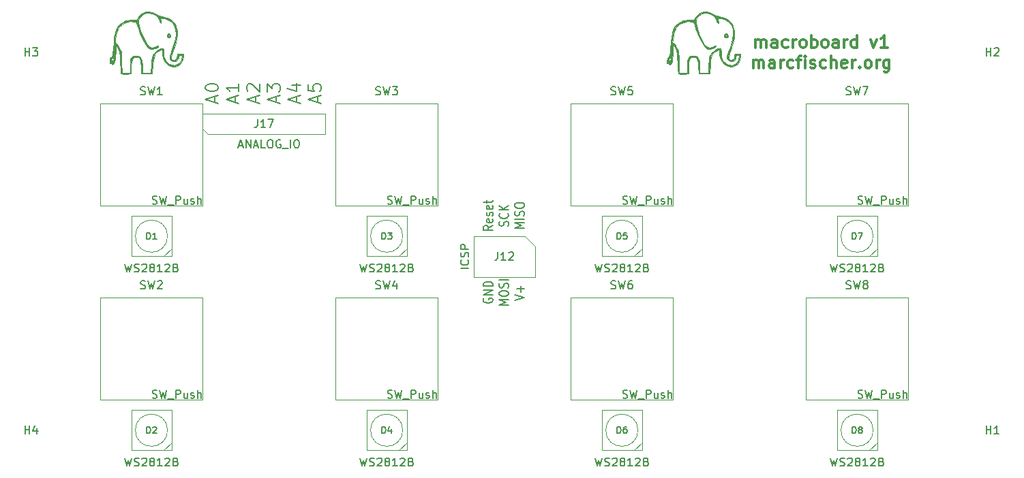
<source format=gbr>
G04 #@! TF.GenerationSoftware,KiCad,Pcbnew,(5.1.5)-3*
G04 #@! TF.CreationDate,2020-04-15T22:49:56+02:00*
G04 #@! TF.ProjectId,makroboard,6d616b72-6f62-46f6-9172-642e6b696361,rev?*
G04 #@! TF.SameCoordinates,Original*
G04 #@! TF.FileFunction,Other,Fab,Top*
%FSLAX46Y46*%
G04 Gerber Fmt 4.6, Leading zero omitted, Abs format (unit mm)*
G04 Created by KiCad (PCBNEW (5.1.5)-3) date 2020-04-15 22:49:56*
%MOMM*%
%LPD*%
G04 APERTURE LIST*
%ADD10C,0.300000*%
%ADD11C,0.150000*%
%ADD12C,0.010000*%
%ADD13C,0.100000*%
G04 APERTURE END LIST*
D10*
X124572142Y-27343571D02*
X124572142Y-26343571D01*
X124572142Y-26486428D02*
X124643571Y-26415000D01*
X124786428Y-26343571D01*
X125000714Y-26343571D01*
X125143571Y-26415000D01*
X125215000Y-26557857D01*
X125215000Y-27343571D01*
X125215000Y-26557857D02*
X125286428Y-26415000D01*
X125429285Y-26343571D01*
X125643571Y-26343571D01*
X125786428Y-26415000D01*
X125857857Y-26557857D01*
X125857857Y-27343571D01*
X127215000Y-27343571D02*
X127215000Y-26557857D01*
X127143571Y-26415000D01*
X127000714Y-26343571D01*
X126715000Y-26343571D01*
X126572142Y-26415000D01*
X127215000Y-27272142D02*
X127072142Y-27343571D01*
X126715000Y-27343571D01*
X126572142Y-27272142D01*
X126500714Y-27129285D01*
X126500714Y-26986428D01*
X126572142Y-26843571D01*
X126715000Y-26772142D01*
X127072142Y-26772142D01*
X127215000Y-26700714D01*
X128572142Y-27272142D02*
X128429285Y-27343571D01*
X128143571Y-27343571D01*
X128000714Y-27272142D01*
X127929285Y-27200714D01*
X127857857Y-27057857D01*
X127857857Y-26629285D01*
X127929285Y-26486428D01*
X128000714Y-26415000D01*
X128143571Y-26343571D01*
X128429285Y-26343571D01*
X128572142Y-26415000D01*
X129215000Y-27343571D02*
X129215000Y-26343571D01*
X129215000Y-26629285D02*
X129286428Y-26486428D01*
X129357857Y-26415000D01*
X129500714Y-26343571D01*
X129643571Y-26343571D01*
X130357857Y-27343571D02*
X130215000Y-27272142D01*
X130143571Y-27200714D01*
X130072142Y-27057857D01*
X130072142Y-26629285D01*
X130143571Y-26486428D01*
X130215000Y-26415000D01*
X130357857Y-26343571D01*
X130572142Y-26343571D01*
X130715000Y-26415000D01*
X130786428Y-26486428D01*
X130857857Y-26629285D01*
X130857857Y-27057857D01*
X130786428Y-27200714D01*
X130715000Y-27272142D01*
X130572142Y-27343571D01*
X130357857Y-27343571D01*
X131500714Y-27343571D02*
X131500714Y-25843571D01*
X131500714Y-26415000D02*
X131643571Y-26343571D01*
X131929285Y-26343571D01*
X132072142Y-26415000D01*
X132143571Y-26486428D01*
X132215000Y-26629285D01*
X132215000Y-27057857D01*
X132143571Y-27200714D01*
X132072142Y-27272142D01*
X131929285Y-27343571D01*
X131643571Y-27343571D01*
X131500714Y-27272142D01*
X133072142Y-27343571D02*
X132929285Y-27272142D01*
X132857857Y-27200714D01*
X132786428Y-27057857D01*
X132786428Y-26629285D01*
X132857857Y-26486428D01*
X132929285Y-26415000D01*
X133072142Y-26343571D01*
X133286428Y-26343571D01*
X133429285Y-26415000D01*
X133500714Y-26486428D01*
X133572142Y-26629285D01*
X133572142Y-27057857D01*
X133500714Y-27200714D01*
X133429285Y-27272142D01*
X133286428Y-27343571D01*
X133072142Y-27343571D01*
X134857857Y-27343571D02*
X134857857Y-26557857D01*
X134786428Y-26415000D01*
X134643571Y-26343571D01*
X134357857Y-26343571D01*
X134215000Y-26415000D01*
X134857857Y-27272142D02*
X134715000Y-27343571D01*
X134357857Y-27343571D01*
X134215000Y-27272142D01*
X134143571Y-27129285D01*
X134143571Y-26986428D01*
X134215000Y-26843571D01*
X134357857Y-26772142D01*
X134715000Y-26772142D01*
X134857857Y-26700714D01*
X135572142Y-27343571D02*
X135572142Y-26343571D01*
X135572142Y-26629285D02*
X135643571Y-26486428D01*
X135715000Y-26415000D01*
X135857857Y-26343571D01*
X136000714Y-26343571D01*
X137143571Y-27343571D02*
X137143571Y-25843571D01*
X137143571Y-27272142D02*
X137000714Y-27343571D01*
X136715000Y-27343571D01*
X136572142Y-27272142D01*
X136500714Y-27200714D01*
X136429285Y-27057857D01*
X136429285Y-26629285D01*
X136500714Y-26486428D01*
X136572142Y-26415000D01*
X136715000Y-26343571D01*
X137000714Y-26343571D01*
X137143571Y-26415000D01*
X138857857Y-26343571D02*
X139215000Y-27343571D01*
X139572142Y-26343571D01*
X140929285Y-27343571D02*
X140072142Y-27343571D01*
X140500714Y-27343571D02*
X140500714Y-25843571D01*
X140357857Y-26057857D01*
X140215000Y-26200714D01*
X140072142Y-26272142D01*
X124286428Y-29893571D02*
X124286428Y-28893571D01*
X124286428Y-29036428D02*
X124357857Y-28965000D01*
X124500714Y-28893571D01*
X124715000Y-28893571D01*
X124857857Y-28965000D01*
X124929285Y-29107857D01*
X124929285Y-29893571D01*
X124929285Y-29107857D02*
X125000714Y-28965000D01*
X125143571Y-28893571D01*
X125357857Y-28893571D01*
X125500714Y-28965000D01*
X125572142Y-29107857D01*
X125572142Y-29893571D01*
X126929285Y-29893571D02*
X126929285Y-29107857D01*
X126857857Y-28965000D01*
X126715000Y-28893571D01*
X126429285Y-28893571D01*
X126286428Y-28965000D01*
X126929285Y-29822142D02*
X126786428Y-29893571D01*
X126429285Y-29893571D01*
X126286428Y-29822142D01*
X126215000Y-29679285D01*
X126215000Y-29536428D01*
X126286428Y-29393571D01*
X126429285Y-29322142D01*
X126786428Y-29322142D01*
X126929285Y-29250714D01*
X127643571Y-29893571D02*
X127643571Y-28893571D01*
X127643571Y-29179285D02*
X127715000Y-29036428D01*
X127786428Y-28965000D01*
X127929285Y-28893571D01*
X128072142Y-28893571D01*
X129215000Y-29822142D02*
X129072142Y-29893571D01*
X128786428Y-29893571D01*
X128643571Y-29822142D01*
X128572142Y-29750714D01*
X128500714Y-29607857D01*
X128500714Y-29179285D01*
X128572142Y-29036428D01*
X128643571Y-28965000D01*
X128786428Y-28893571D01*
X129072142Y-28893571D01*
X129215000Y-28965000D01*
X129643571Y-28893571D02*
X130215000Y-28893571D01*
X129857857Y-29893571D02*
X129857857Y-28607857D01*
X129929285Y-28465000D01*
X130072142Y-28393571D01*
X130215000Y-28393571D01*
X130715000Y-29893571D02*
X130715000Y-28893571D01*
X130715000Y-28393571D02*
X130643571Y-28465000D01*
X130715000Y-28536428D01*
X130786428Y-28465000D01*
X130715000Y-28393571D01*
X130715000Y-28536428D01*
X131357857Y-29822142D02*
X131500714Y-29893571D01*
X131786428Y-29893571D01*
X131929285Y-29822142D01*
X132000714Y-29679285D01*
X132000714Y-29607857D01*
X131929285Y-29465000D01*
X131786428Y-29393571D01*
X131572142Y-29393571D01*
X131429285Y-29322142D01*
X131357857Y-29179285D01*
X131357857Y-29107857D01*
X131429285Y-28965000D01*
X131572142Y-28893571D01*
X131786428Y-28893571D01*
X131929285Y-28965000D01*
X133286428Y-29822142D02*
X133143571Y-29893571D01*
X132857857Y-29893571D01*
X132715000Y-29822142D01*
X132643571Y-29750714D01*
X132572142Y-29607857D01*
X132572142Y-29179285D01*
X132643571Y-29036428D01*
X132715000Y-28965000D01*
X132857857Y-28893571D01*
X133143571Y-28893571D01*
X133286428Y-28965000D01*
X133929285Y-29893571D02*
X133929285Y-28393571D01*
X134572142Y-29893571D02*
X134572142Y-29107857D01*
X134500714Y-28965000D01*
X134357857Y-28893571D01*
X134143571Y-28893571D01*
X134000714Y-28965000D01*
X133929285Y-29036428D01*
X135857857Y-29822142D02*
X135715000Y-29893571D01*
X135429285Y-29893571D01*
X135286428Y-29822142D01*
X135215000Y-29679285D01*
X135215000Y-29107857D01*
X135286428Y-28965000D01*
X135429285Y-28893571D01*
X135715000Y-28893571D01*
X135857857Y-28965000D01*
X135929285Y-29107857D01*
X135929285Y-29250714D01*
X135215000Y-29393571D01*
X136572142Y-29893571D02*
X136572142Y-28893571D01*
X136572142Y-29179285D02*
X136643571Y-29036428D01*
X136715000Y-28965000D01*
X136857857Y-28893571D01*
X137000714Y-28893571D01*
X137500714Y-29750714D02*
X137572142Y-29822142D01*
X137500714Y-29893571D01*
X137429285Y-29822142D01*
X137500714Y-29750714D01*
X137500714Y-29893571D01*
X138429285Y-29893571D02*
X138286428Y-29822142D01*
X138215000Y-29750714D01*
X138143571Y-29607857D01*
X138143571Y-29179285D01*
X138215000Y-29036428D01*
X138286428Y-28965000D01*
X138429285Y-28893571D01*
X138643571Y-28893571D01*
X138786428Y-28965000D01*
X138857857Y-29036428D01*
X138929285Y-29179285D01*
X138929285Y-29607857D01*
X138857857Y-29750714D01*
X138786428Y-29822142D01*
X138643571Y-29893571D01*
X138429285Y-29893571D01*
X139572142Y-29893571D02*
X139572142Y-28893571D01*
X139572142Y-29179285D02*
X139643571Y-29036428D01*
X139715000Y-28965000D01*
X139857857Y-28893571D01*
X140000714Y-28893571D01*
X141143571Y-28893571D02*
X141143571Y-30107857D01*
X141072142Y-30250714D01*
X141000714Y-30322142D01*
X140857857Y-30393571D01*
X140643571Y-30393571D01*
X140500714Y-30322142D01*
X141143571Y-29822142D02*
X141000714Y-29893571D01*
X140715000Y-29893571D01*
X140572142Y-29822142D01*
X140500714Y-29750714D01*
X140429285Y-29607857D01*
X140429285Y-29179285D01*
X140500714Y-29036428D01*
X140572142Y-28965000D01*
X140715000Y-28893571D01*
X141000714Y-28893571D01*
X141143571Y-28965000D01*
D11*
X57391666Y-34162857D02*
X57391666Y-33400952D01*
X57848809Y-34315238D02*
X56248809Y-33781904D01*
X57848809Y-33248571D01*
X56248809Y-32410476D02*
X56248809Y-32258095D01*
X56325000Y-32105714D01*
X56401190Y-32029523D01*
X56553571Y-31953333D01*
X56858333Y-31877142D01*
X57239285Y-31877142D01*
X57544047Y-31953333D01*
X57696428Y-32029523D01*
X57772619Y-32105714D01*
X57848809Y-32258095D01*
X57848809Y-32410476D01*
X57772619Y-32562857D01*
X57696428Y-32639047D01*
X57544047Y-32715238D01*
X57239285Y-32791428D01*
X56858333Y-32791428D01*
X56553571Y-32715238D01*
X56401190Y-32639047D01*
X56325000Y-32562857D01*
X56248809Y-32410476D01*
X59941666Y-34162857D02*
X59941666Y-33400952D01*
X60398809Y-34315238D02*
X58798809Y-33781904D01*
X60398809Y-33248571D01*
X60398809Y-31877142D02*
X60398809Y-32791428D01*
X60398809Y-32334285D02*
X58798809Y-32334285D01*
X59027380Y-32486666D01*
X59179761Y-32639047D01*
X59255952Y-32791428D01*
X62491666Y-34162857D02*
X62491666Y-33400952D01*
X62948809Y-34315238D02*
X61348809Y-33781904D01*
X62948809Y-33248571D01*
X61501190Y-32791428D02*
X61425000Y-32715238D01*
X61348809Y-32562857D01*
X61348809Y-32181904D01*
X61425000Y-32029523D01*
X61501190Y-31953333D01*
X61653571Y-31877142D01*
X61805952Y-31877142D01*
X62034523Y-31953333D01*
X62948809Y-32867619D01*
X62948809Y-31877142D01*
X65041666Y-34162857D02*
X65041666Y-33400952D01*
X65498809Y-34315238D02*
X63898809Y-33781904D01*
X65498809Y-33248571D01*
X63898809Y-32867619D02*
X63898809Y-31877142D01*
X64508333Y-32410476D01*
X64508333Y-32181904D01*
X64584523Y-32029523D01*
X64660714Y-31953333D01*
X64813095Y-31877142D01*
X65194047Y-31877142D01*
X65346428Y-31953333D01*
X65422619Y-32029523D01*
X65498809Y-32181904D01*
X65498809Y-32639047D01*
X65422619Y-32791428D01*
X65346428Y-32867619D01*
X67591666Y-34162857D02*
X67591666Y-33400952D01*
X68048809Y-34315238D02*
X66448809Y-33781904D01*
X68048809Y-33248571D01*
X66982142Y-32029523D02*
X68048809Y-32029523D01*
X66372619Y-32410476D02*
X67515476Y-32791428D01*
X67515476Y-31800952D01*
X70141666Y-34162857D02*
X70141666Y-33400952D01*
X70598809Y-34315238D02*
X68998809Y-33781904D01*
X70598809Y-33248571D01*
X68998809Y-31953333D02*
X68998809Y-32715238D01*
X69760714Y-32791428D01*
X69684523Y-32715238D01*
X69608333Y-32562857D01*
X69608333Y-32181904D01*
X69684523Y-32029523D01*
X69760714Y-31953333D01*
X69913095Y-31877142D01*
X70294047Y-31877142D01*
X70446428Y-31953333D01*
X70522619Y-32029523D01*
X70598809Y-32181904D01*
X70598809Y-32562857D01*
X70522619Y-32715238D01*
X70446428Y-32791428D01*
X90795000Y-58546904D02*
X90737857Y-58642142D01*
X90737857Y-58785000D01*
X90795000Y-58927857D01*
X90909285Y-59023095D01*
X91023571Y-59070714D01*
X91252142Y-59118333D01*
X91423571Y-59118333D01*
X91652142Y-59070714D01*
X91766428Y-59023095D01*
X91880714Y-58927857D01*
X91937857Y-58785000D01*
X91937857Y-58689761D01*
X91880714Y-58546904D01*
X91823571Y-58499285D01*
X91423571Y-58499285D01*
X91423571Y-58689761D01*
X91937857Y-58070714D02*
X90737857Y-58070714D01*
X91937857Y-57499285D01*
X90737857Y-57499285D01*
X91937857Y-57023095D02*
X90737857Y-57023095D01*
X90737857Y-56785000D01*
X90795000Y-56642142D01*
X90909285Y-56546904D01*
X91023571Y-56499285D01*
X91252142Y-56451666D01*
X91423571Y-56451666D01*
X91652142Y-56499285D01*
X91766428Y-56546904D01*
X91880714Y-56642142D01*
X91937857Y-56785000D01*
X91937857Y-57023095D01*
X93887857Y-59356428D02*
X92687857Y-59356428D01*
X93545000Y-59023095D01*
X92687857Y-58689761D01*
X93887857Y-58689761D01*
X92687857Y-58023095D02*
X92687857Y-57832619D01*
X92745000Y-57737380D01*
X92859285Y-57642142D01*
X93087857Y-57594523D01*
X93487857Y-57594523D01*
X93716428Y-57642142D01*
X93830714Y-57737380D01*
X93887857Y-57832619D01*
X93887857Y-58023095D01*
X93830714Y-58118333D01*
X93716428Y-58213571D01*
X93487857Y-58261190D01*
X93087857Y-58261190D01*
X92859285Y-58213571D01*
X92745000Y-58118333D01*
X92687857Y-58023095D01*
X93830714Y-57213571D02*
X93887857Y-57070714D01*
X93887857Y-56832619D01*
X93830714Y-56737380D01*
X93773571Y-56689761D01*
X93659285Y-56642142D01*
X93545000Y-56642142D01*
X93430714Y-56689761D01*
X93373571Y-56737380D01*
X93316428Y-56832619D01*
X93259285Y-57023095D01*
X93202142Y-57118333D01*
X93145000Y-57165952D01*
X93030714Y-57213571D01*
X92916428Y-57213571D01*
X92802142Y-57165952D01*
X92745000Y-57118333D01*
X92687857Y-57023095D01*
X92687857Y-56785000D01*
X92745000Y-56642142D01*
X93887857Y-56213571D02*
X92687857Y-56213571D01*
X94637857Y-58737380D02*
X95837857Y-58404047D01*
X94637857Y-58070714D01*
X95380714Y-57737380D02*
X95380714Y-56975476D01*
X95837857Y-57356428D02*
X94923571Y-57356428D01*
X91937857Y-49498095D02*
X91366428Y-49831428D01*
X91937857Y-50069523D02*
X90737857Y-50069523D01*
X90737857Y-49688571D01*
X90795000Y-49593333D01*
X90852142Y-49545714D01*
X90966428Y-49498095D01*
X91137857Y-49498095D01*
X91252142Y-49545714D01*
X91309285Y-49593333D01*
X91366428Y-49688571D01*
X91366428Y-50069523D01*
X91880714Y-48688571D02*
X91937857Y-48783809D01*
X91937857Y-48974285D01*
X91880714Y-49069523D01*
X91766428Y-49117142D01*
X91309285Y-49117142D01*
X91195000Y-49069523D01*
X91137857Y-48974285D01*
X91137857Y-48783809D01*
X91195000Y-48688571D01*
X91309285Y-48640952D01*
X91423571Y-48640952D01*
X91537857Y-49117142D01*
X91880714Y-48260000D02*
X91937857Y-48164761D01*
X91937857Y-47974285D01*
X91880714Y-47879047D01*
X91766428Y-47831428D01*
X91709285Y-47831428D01*
X91595000Y-47879047D01*
X91537857Y-47974285D01*
X91537857Y-48117142D01*
X91480714Y-48212380D01*
X91366428Y-48260000D01*
X91309285Y-48260000D01*
X91195000Y-48212380D01*
X91137857Y-48117142D01*
X91137857Y-47974285D01*
X91195000Y-47879047D01*
X91880714Y-47021904D02*
X91937857Y-47117142D01*
X91937857Y-47307619D01*
X91880714Y-47402857D01*
X91766428Y-47450476D01*
X91309285Y-47450476D01*
X91195000Y-47402857D01*
X91137857Y-47307619D01*
X91137857Y-47117142D01*
X91195000Y-47021904D01*
X91309285Y-46974285D01*
X91423571Y-46974285D01*
X91537857Y-47450476D01*
X91137857Y-46688571D02*
X91137857Y-46307619D01*
X90737857Y-46545714D02*
X91766428Y-46545714D01*
X91880714Y-46498095D01*
X91937857Y-46402857D01*
X91937857Y-46307619D01*
X93830714Y-49545714D02*
X93887857Y-49402857D01*
X93887857Y-49164761D01*
X93830714Y-49069523D01*
X93773571Y-49021904D01*
X93659285Y-48974285D01*
X93545000Y-48974285D01*
X93430714Y-49021904D01*
X93373571Y-49069523D01*
X93316428Y-49164761D01*
X93259285Y-49355238D01*
X93202142Y-49450476D01*
X93145000Y-49498095D01*
X93030714Y-49545714D01*
X92916428Y-49545714D01*
X92802142Y-49498095D01*
X92745000Y-49450476D01*
X92687857Y-49355238D01*
X92687857Y-49117142D01*
X92745000Y-48974285D01*
X93773571Y-47974285D02*
X93830714Y-48021904D01*
X93887857Y-48164761D01*
X93887857Y-48260000D01*
X93830714Y-48402857D01*
X93716428Y-48498095D01*
X93602142Y-48545714D01*
X93373571Y-48593333D01*
X93202142Y-48593333D01*
X92973571Y-48545714D01*
X92859285Y-48498095D01*
X92745000Y-48402857D01*
X92687857Y-48260000D01*
X92687857Y-48164761D01*
X92745000Y-48021904D01*
X92802142Y-47974285D01*
X93887857Y-47545714D02*
X92687857Y-47545714D01*
X93887857Y-46974285D02*
X93202142Y-47402857D01*
X92687857Y-46974285D02*
X93373571Y-47545714D01*
X95837857Y-49831428D02*
X94637857Y-49831428D01*
X95495000Y-49498095D01*
X94637857Y-49164761D01*
X95837857Y-49164761D01*
X95837857Y-48688571D02*
X94637857Y-48688571D01*
X95780714Y-48260000D02*
X95837857Y-48117142D01*
X95837857Y-47879047D01*
X95780714Y-47783809D01*
X95723571Y-47736190D01*
X95609285Y-47688571D01*
X95495000Y-47688571D01*
X95380714Y-47736190D01*
X95323571Y-47783809D01*
X95266428Y-47879047D01*
X95209285Y-48069523D01*
X95152142Y-48164761D01*
X95095000Y-48212380D01*
X94980714Y-48260000D01*
X94866428Y-48260000D01*
X94752142Y-48212380D01*
X94695000Y-48164761D01*
X94637857Y-48069523D01*
X94637857Y-47831428D01*
X94695000Y-47688571D01*
X94637857Y-47069523D02*
X94637857Y-46879047D01*
X94695000Y-46783809D01*
X94809285Y-46688571D01*
X95037857Y-46640952D01*
X95437857Y-46640952D01*
X95666428Y-46688571D01*
X95780714Y-46783809D01*
X95837857Y-46879047D01*
X95837857Y-47069523D01*
X95780714Y-47164761D01*
X95666428Y-47260000D01*
X95437857Y-47307619D01*
X95037857Y-47307619D01*
X94809285Y-47260000D01*
X94695000Y-47164761D01*
X94637857Y-47069523D01*
D12*
G36*
X118839450Y-22963338D02*
G01*
X119314018Y-23178338D01*
X119634000Y-23362054D01*
X119776974Y-23418800D01*
X120031424Y-23494261D01*
X120343098Y-23572392D01*
X120352849Y-23574629D01*
X120918789Y-23763620D01*
X121349681Y-24048069D01*
X121658491Y-24441807D01*
X121858188Y-24958664D01*
X121917210Y-25242970D01*
X121938772Y-25688623D01*
X121884321Y-26219147D01*
X121763844Y-26773544D01*
X121587329Y-27290815D01*
X121578529Y-27311542D01*
X121455405Y-27627725D01*
X121329955Y-27993839D01*
X121278870Y-28160222D01*
X121205910Y-28509500D01*
X121233082Y-28733717D01*
X121365856Y-28848215D01*
X121532433Y-28871333D01*
X121765822Y-28806784D01*
X121893089Y-28611673D01*
X121920000Y-28388733D01*
X121929151Y-28217034D01*
X121987313Y-28135725D01*
X122140545Y-28111028D01*
X122301000Y-28109333D01*
X122682000Y-28109333D01*
X122682000Y-28451372D01*
X122608673Y-28908498D01*
X122402995Y-29283755D01*
X122086418Y-29554934D01*
X121680392Y-29699827D01*
X121458500Y-29718000D01*
X121027888Y-29639283D01*
X120650927Y-29421215D01*
X120350264Y-29090912D01*
X120148552Y-28675494D01*
X120068440Y-28202080D01*
X120071235Y-28057039D01*
X120080778Y-27805355D01*
X120075261Y-27639816D01*
X120062898Y-27601217D01*
X119971615Y-27634967D01*
X119781938Y-27720439D01*
X119667744Y-27774824D01*
X119428260Y-27907545D01*
X119251988Y-28058792D01*
X119126152Y-28258072D01*
X119037975Y-28534892D01*
X118974683Y-28918758D01*
X118923498Y-29439177D01*
X118918034Y-29506333D01*
X118829667Y-30607000D01*
X117475000Y-30607000D01*
X117432667Y-29689956D01*
X117402329Y-29223317D01*
X117352428Y-28900372D01*
X117268877Y-28695572D01*
X117137588Y-28583368D01*
X116944477Y-28538209D01*
X116794606Y-28532666D01*
X116579611Y-28556336D01*
X116427725Y-28643431D01*
X116327472Y-28818081D01*
X116267375Y-29104416D01*
X116235957Y-29526565D01*
X116229327Y-29721174D01*
X116205000Y-30607000D01*
X115589942Y-30631900D01*
X115238281Y-30636038D01*
X115030717Y-30611490D01*
X114943968Y-30555219D01*
X114940885Y-30547233D01*
X114925988Y-30427867D01*
X114907474Y-30171549D01*
X114887250Y-29810574D01*
X114867224Y-29377234D01*
X114857787Y-29140997D01*
X114836745Y-28636515D01*
X114814260Y-28268193D01*
X114784999Y-28002903D01*
X114743631Y-27807517D01*
X114684823Y-27648907D01*
X114603243Y-27493944D01*
X114588632Y-27468831D01*
X114433533Y-27218312D01*
X114342364Y-27113993D01*
X114304060Y-27150249D01*
X114307561Y-27321457D01*
X114307977Y-27326166D01*
X114312182Y-27579853D01*
X114294818Y-27929236D01*
X114261221Y-28321550D01*
X114216726Y-28704031D01*
X114166669Y-29023916D01*
X114116384Y-29228441D01*
X114115346Y-29231166D01*
X114008202Y-29423352D01*
X113901460Y-29451463D01*
X113836618Y-29383031D01*
X113726476Y-29336906D01*
X113662288Y-29349756D01*
X113569433Y-29324386D01*
X113530090Y-29187535D01*
X113540707Y-28987149D01*
X113565543Y-28893088D01*
X113758648Y-28893088D01*
X113764512Y-28900290D01*
X113907850Y-28957896D01*
X114021979Y-28883294D01*
X114046000Y-28786666D01*
X114014845Y-28649021D01*
X113971700Y-28617333D01*
X113858342Y-28672871D01*
X113769093Y-28789688D01*
X113758648Y-28893088D01*
X113565543Y-28893088D01*
X113597734Y-28771177D01*
X113697618Y-28587566D01*
X113720729Y-28560740D01*
X113812177Y-28434071D01*
X113877086Y-28258129D01*
X113924789Y-27994672D01*
X113964621Y-27605458D01*
X113970059Y-27539284D01*
X114041363Y-26744024D01*
X114052586Y-26650967D01*
X114239166Y-26650967D01*
X114253012Y-26774584D01*
X114309461Y-26796356D01*
X114331983Y-26789256D01*
X114452396Y-26819236D01*
X114516088Y-26937932D01*
X114601515Y-27130325D01*
X114740386Y-27375770D01*
X114792339Y-27457118D01*
X114873504Y-27589344D01*
X114932364Y-27722913D01*
X114973594Y-27888731D01*
X115001868Y-28117700D01*
X115021861Y-28440725D01*
X115038246Y-28888708D01*
X115045432Y-29130396D01*
X115084328Y-30480000D01*
X116078000Y-30480000D01*
X116078000Y-29638054D01*
X116081937Y-29241552D01*
X116098557Y-28974026D01*
X116135075Y-28795204D01*
X116198704Y-28664816D01*
X116268500Y-28574654D01*
X116523242Y-28386832D01*
X116713407Y-28345971D01*
X117052248Y-28372126D01*
X117298598Y-28484661D01*
X117464157Y-28701537D01*
X117560626Y-29040711D01*
X117599704Y-29520143D01*
X117602000Y-29709896D01*
X117602000Y-30480000D01*
X118681358Y-30480000D01*
X118719322Y-29527500D01*
X118749889Y-29014028D01*
X118802694Y-28631371D01*
X118890133Y-28341295D01*
X119024603Y-28105567D01*
X119218500Y-27885953D01*
X119266608Y-27839553D01*
X119577377Y-27610149D01*
X119912272Y-27465389D01*
X120126345Y-27431991D01*
X120200548Y-27456071D01*
X120243979Y-27550687D01*
X120264253Y-27749390D01*
X120269000Y-28060478D01*
X120294962Y-28502854D01*
X120388844Y-28830795D01*
X120574641Y-29093401D01*
X120876346Y-29339774D01*
X120903139Y-29358166D01*
X121272086Y-29521112D01*
X121643607Y-29535616D01*
X121985535Y-29418970D01*
X122265701Y-29188464D01*
X122451937Y-28861387D01*
X122512667Y-28493052D01*
X122476939Y-28328742D01*
X122343498Y-28279091D01*
X122322167Y-28278726D01*
X122175940Y-28319604D01*
X122121177Y-28471838D01*
X122118283Y-28509235D01*
X122041190Y-28741357D01*
X121870726Y-28941981D01*
X121657497Y-29066960D01*
X121467206Y-29077224D01*
X121264258Y-28975780D01*
X121117593Y-28862059D01*
X121027118Y-28762812D01*
X120992590Y-28659796D01*
X121011612Y-28501241D01*
X121081784Y-28235378D01*
X121087609Y-28214741D01*
X121183620Y-27899512D01*
X121314597Y-27501133D01*
X121455640Y-27094853D01*
X121486716Y-27008666D01*
X121685015Y-26308516D01*
X121758018Y-25658229D01*
X121707614Y-25074955D01*
X121535691Y-24575842D01*
X121244137Y-24178041D01*
X121167418Y-24108584D01*
X120778162Y-23872835D01*
X120316777Y-23732810D01*
X120038262Y-23707138D01*
X119878368Y-23722463D01*
X119850862Y-23803773D01*
X119890095Y-23923845D01*
X119963420Y-24162827D01*
X119949402Y-24279051D01*
X119891263Y-24299333D01*
X119820535Y-24225772D01*
X119742663Y-24041952D01*
X119720331Y-23966847D01*
X119541271Y-23607605D01*
X119237894Y-23319023D01*
X118848199Y-23123516D01*
X118410182Y-23043500D01*
X118174800Y-23055126D01*
X117826278Y-23163613D01*
X117508836Y-23369535D01*
X117271005Y-23633569D01*
X117168453Y-23870532D01*
X117155930Y-24224151D01*
X117231265Y-24685401D01*
X117386389Y-25222374D01*
X117613236Y-25803159D01*
X117711218Y-26017479D01*
X117967725Y-26529516D01*
X118187779Y-26899426D01*
X118387625Y-27146004D01*
X118583511Y-27288046D01*
X118791684Y-27344349D01*
X118860687Y-27347333D01*
X119127707Y-27310236D01*
X119354055Y-27220091D01*
X119366636Y-27211697D01*
X119521174Y-27127568D01*
X119605620Y-27121397D01*
X119613691Y-27223971D01*
X119460837Y-27346753D01*
X119175450Y-27476115D01*
X118924775Y-27558721D01*
X118750485Y-27568983D01*
X118577473Y-27510212D01*
X118562492Y-27503131D01*
X118341692Y-27330030D01*
X118092132Y-27022257D01*
X117829377Y-26608570D01*
X117568991Y-26117725D01*
X117326538Y-25578481D01*
X117117582Y-25019595D01*
X116990577Y-24598735D01*
X116911128Y-24344618D01*
X116820662Y-24207289D01*
X116677473Y-24137010D01*
X116584033Y-24113854D01*
X116130907Y-24091173D01*
X115643389Y-24194215D01*
X115175784Y-24404459D01*
X114782399Y-24703383D01*
X114746181Y-24740680D01*
X114605819Y-24969421D01*
X114473003Y-25332955D01*
X114357843Y-25796762D01*
X114270447Y-26326321D01*
X114262239Y-26393212D01*
X114239166Y-26650967D01*
X114052586Y-26650967D01*
X114119317Y-26097689D01*
X114211758Y-25579875D01*
X114326526Y-25170179D01*
X114471460Y-24848195D01*
X114654398Y-24593521D01*
X114883181Y-24385752D01*
X115165645Y-24204483D01*
X115273667Y-24146119D01*
X115558411Y-24018313D01*
X115839825Y-23949407D01*
X116192407Y-23923455D01*
X116322272Y-23921666D01*
X116645492Y-23915918D01*
X116840088Y-23894723D01*
X116946738Y-23845740D01*
X117006124Y-23756628D01*
X117025229Y-23708407D01*
X117216236Y-23380857D01*
X117535737Y-23115056D01*
X117704460Y-23020323D01*
X118062481Y-22889257D01*
X118431540Y-22868620D01*
X118839450Y-22963338D01*
G37*
X118839450Y-22963338D02*
X119314018Y-23178338D01*
X119634000Y-23362054D01*
X119776974Y-23418800D01*
X120031424Y-23494261D01*
X120343098Y-23572392D01*
X120352849Y-23574629D01*
X120918789Y-23763620D01*
X121349681Y-24048069D01*
X121658491Y-24441807D01*
X121858188Y-24958664D01*
X121917210Y-25242970D01*
X121938772Y-25688623D01*
X121884321Y-26219147D01*
X121763844Y-26773544D01*
X121587329Y-27290815D01*
X121578529Y-27311542D01*
X121455405Y-27627725D01*
X121329955Y-27993839D01*
X121278870Y-28160222D01*
X121205910Y-28509500D01*
X121233082Y-28733717D01*
X121365856Y-28848215D01*
X121532433Y-28871333D01*
X121765822Y-28806784D01*
X121893089Y-28611673D01*
X121920000Y-28388733D01*
X121929151Y-28217034D01*
X121987313Y-28135725D01*
X122140545Y-28111028D01*
X122301000Y-28109333D01*
X122682000Y-28109333D01*
X122682000Y-28451372D01*
X122608673Y-28908498D01*
X122402995Y-29283755D01*
X122086418Y-29554934D01*
X121680392Y-29699827D01*
X121458500Y-29718000D01*
X121027888Y-29639283D01*
X120650927Y-29421215D01*
X120350264Y-29090912D01*
X120148552Y-28675494D01*
X120068440Y-28202080D01*
X120071235Y-28057039D01*
X120080778Y-27805355D01*
X120075261Y-27639816D01*
X120062898Y-27601217D01*
X119971615Y-27634967D01*
X119781938Y-27720439D01*
X119667744Y-27774824D01*
X119428260Y-27907545D01*
X119251988Y-28058792D01*
X119126152Y-28258072D01*
X119037975Y-28534892D01*
X118974683Y-28918758D01*
X118923498Y-29439177D01*
X118918034Y-29506333D01*
X118829667Y-30607000D01*
X117475000Y-30607000D01*
X117432667Y-29689956D01*
X117402329Y-29223317D01*
X117352428Y-28900372D01*
X117268877Y-28695572D01*
X117137588Y-28583368D01*
X116944477Y-28538209D01*
X116794606Y-28532666D01*
X116579611Y-28556336D01*
X116427725Y-28643431D01*
X116327472Y-28818081D01*
X116267375Y-29104416D01*
X116235957Y-29526565D01*
X116229327Y-29721174D01*
X116205000Y-30607000D01*
X115589942Y-30631900D01*
X115238281Y-30636038D01*
X115030717Y-30611490D01*
X114943968Y-30555219D01*
X114940885Y-30547233D01*
X114925988Y-30427867D01*
X114907474Y-30171549D01*
X114887250Y-29810574D01*
X114867224Y-29377234D01*
X114857787Y-29140997D01*
X114836745Y-28636515D01*
X114814260Y-28268193D01*
X114784999Y-28002903D01*
X114743631Y-27807517D01*
X114684823Y-27648907D01*
X114603243Y-27493944D01*
X114588632Y-27468831D01*
X114433533Y-27218312D01*
X114342364Y-27113993D01*
X114304060Y-27150249D01*
X114307561Y-27321457D01*
X114307977Y-27326166D01*
X114312182Y-27579853D01*
X114294818Y-27929236D01*
X114261221Y-28321550D01*
X114216726Y-28704031D01*
X114166669Y-29023916D01*
X114116384Y-29228441D01*
X114115346Y-29231166D01*
X114008202Y-29423352D01*
X113901460Y-29451463D01*
X113836618Y-29383031D01*
X113726476Y-29336906D01*
X113662288Y-29349756D01*
X113569433Y-29324386D01*
X113530090Y-29187535D01*
X113540707Y-28987149D01*
X113565543Y-28893088D01*
X113758648Y-28893088D01*
X113764512Y-28900290D01*
X113907850Y-28957896D01*
X114021979Y-28883294D01*
X114046000Y-28786666D01*
X114014845Y-28649021D01*
X113971700Y-28617333D01*
X113858342Y-28672871D01*
X113769093Y-28789688D01*
X113758648Y-28893088D01*
X113565543Y-28893088D01*
X113597734Y-28771177D01*
X113697618Y-28587566D01*
X113720729Y-28560740D01*
X113812177Y-28434071D01*
X113877086Y-28258129D01*
X113924789Y-27994672D01*
X113964621Y-27605458D01*
X113970059Y-27539284D01*
X114041363Y-26744024D01*
X114052586Y-26650967D01*
X114239166Y-26650967D01*
X114253012Y-26774584D01*
X114309461Y-26796356D01*
X114331983Y-26789256D01*
X114452396Y-26819236D01*
X114516088Y-26937932D01*
X114601515Y-27130325D01*
X114740386Y-27375770D01*
X114792339Y-27457118D01*
X114873504Y-27589344D01*
X114932364Y-27722913D01*
X114973594Y-27888731D01*
X115001868Y-28117700D01*
X115021861Y-28440725D01*
X115038246Y-28888708D01*
X115045432Y-29130396D01*
X115084328Y-30480000D01*
X116078000Y-30480000D01*
X116078000Y-29638054D01*
X116081937Y-29241552D01*
X116098557Y-28974026D01*
X116135075Y-28795204D01*
X116198704Y-28664816D01*
X116268500Y-28574654D01*
X116523242Y-28386832D01*
X116713407Y-28345971D01*
X117052248Y-28372126D01*
X117298598Y-28484661D01*
X117464157Y-28701537D01*
X117560626Y-29040711D01*
X117599704Y-29520143D01*
X117602000Y-29709896D01*
X117602000Y-30480000D01*
X118681358Y-30480000D01*
X118719322Y-29527500D01*
X118749889Y-29014028D01*
X118802694Y-28631371D01*
X118890133Y-28341295D01*
X119024603Y-28105567D01*
X119218500Y-27885953D01*
X119266608Y-27839553D01*
X119577377Y-27610149D01*
X119912272Y-27465389D01*
X120126345Y-27431991D01*
X120200548Y-27456071D01*
X120243979Y-27550687D01*
X120264253Y-27749390D01*
X120269000Y-28060478D01*
X120294962Y-28502854D01*
X120388844Y-28830795D01*
X120574641Y-29093401D01*
X120876346Y-29339774D01*
X120903139Y-29358166D01*
X121272086Y-29521112D01*
X121643607Y-29535616D01*
X121985535Y-29418970D01*
X122265701Y-29188464D01*
X122451937Y-28861387D01*
X122512667Y-28493052D01*
X122476939Y-28328742D01*
X122343498Y-28279091D01*
X122322167Y-28278726D01*
X122175940Y-28319604D01*
X122121177Y-28471838D01*
X122118283Y-28509235D01*
X122041190Y-28741357D01*
X121870726Y-28941981D01*
X121657497Y-29066960D01*
X121467206Y-29077224D01*
X121264258Y-28975780D01*
X121117593Y-28862059D01*
X121027118Y-28762812D01*
X120992590Y-28659796D01*
X121011612Y-28501241D01*
X121081784Y-28235378D01*
X121087609Y-28214741D01*
X121183620Y-27899512D01*
X121314597Y-27501133D01*
X121455640Y-27094853D01*
X121486716Y-27008666D01*
X121685015Y-26308516D01*
X121758018Y-25658229D01*
X121707614Y-25074955D01*
X121535691Y-24575842D01*
X121244137Y-24178041D01*
X121167418Y-24108584D01*
X120778162Y-23872835D01*
X120316777Y-23732810D01*
X120038262Y-23707138D01*
X119878368Y-23722463D01*
X119850862Y-23803773D01*
X119890095Y-23923845D01*
X119963420Y-24162827D01*
X119949402Y-24279051D01*
X119891263Y-24299333D01*
X119820535Y-24225772D01*
X119742663Y-24041952D01*
X119720331Y-23966847D01*
X119541271Y-23607605D01*
X119237894Y-23319023D01*
X118848199Y-23123516D01*
X118410182Y-23043500D01*
X118174800Y-23055126D01*
X117826278Y-23163613D01*
X117508836Y-23369535D01*
X117271005Y-23633569D01*
X117168453Y-23870532D01*
X117155930Y-24224151D01*
X117231265Y-24685401D01*
X117386389Y-25222374D01*
X117613236Y-25803159D01*
X117711218Y-26017479D01*
X117967725Y-26529516D01*
X118187779Y-26899426D01*
X118387625Y-27146004D01*
X118583511Y-27288046D01*
X118791684Y-27344349D01*
X118860687Y-27347333D01*
X119127707Y-27310236D01*
X119354055Y-27220091D01*
X119366636Y-27211697D01*
X119521174Y-27127568D01*
X119605620Y-27121397D01*
X119613691Y-27223971D01*
X119460837Y-27346753D01*
X119175450Y-27476115D01*
X118924775Y-27558721D01*
X118750485Y-27568983D01*
X118577473Y-27510212D01*
X118562492Y-27503131D01*
X118341692Y-27330030D01*
X118092132Y-27022257D01*
X117829377Y-26608570D01*
X117568991Y-26117725D01*
X117326538Y-25578481D01*
X117117582Y-25019595D01*
X116990577Y-24598735D01*
X116911128Y-24344618D01*
X116820662Y-24207289D01*
X116677473Y-24137010D01*
X116584033Y-24113854D01*
X116130907Y-24091173D01*
X115643389Y-24194215D01*
X115175784Y-24404459D01*
X114782399Y-24703383D01*
X114746181Y-24740680D01*
X114605819Y-24969421D01*
X114473003Y-25332955D01*
X114357843Y-25796762D01*
X114270447Y-26326321D01*
X114262239Y-26393212D01*
X114239166Y-26650967D01*
X114052586Y-26650967D01*
X114119317Y-26097689D01*
X114211758Y-25579875D01*
X114326526Y-25170179D01*
X114471460Y-24848195D01*
X114654398Y-24593521D01*
X114883181Y-24385752D01*
X115165645Y-24204483D01*
X115273667Y-24146119D01*
X115558411Y-24018313D01*
X115839825Y-23949407D01*
X116192407Y-23923455D01*
X116322272Y-23921666D01*
X116645492Y-23915918D01*
X116840088Y-23894723D01*
X116946738Y-23845740D01*
X117006124Y-23756628D01*
X117025229Y-23708407D01*
X117216236Y-23380857D01*
X117535737Y-23115056D01*
X117704460Y-23020323D01*
X118062481Y-22889257D01*
X118431540Y-22868620D01*
X118839450Y-22963338D01*
G36*
X120965711Y-25620503D02*
G01*
X121097527Y-25728957D01*
X121137646Y-25887738D01*
X121108183Y-25968049D01*
X120958145Y-26117245D01*
X120773838Y-26112387D01*
X120755833Y-26105555D01*
X120666412Y-25993904D01*
X120661143Y-25870663D01*
X120819333Y-25870663D01*
X120860379Y-25958298D01*
X120904000Y-25950333D01*
X120985437Y-25842090D01*
X120988667Y-25818336D01*
X120924088Y-25740947D01*
X120904000Y-25738666D01*
X120829695Y-25807582D01*
X120819333Y-25870663D01*
X120661143Y-25870663D01*
X120658954Y-25819466D01*
X120727385Y-25664107D01*
X120792032Y-25617614D01*
X120965711Y-25620503D01*
G37*
X120965711Y-25620503D02*
X121097527Y-25728957D01*
X121137646Y-25887738D01*
X121108183Y-25968049D01*
X120958145Y-26117245D01*
X120773838Y-26112387D01*
X120755833Y-26105555D01*
X120666412Y-25993904D01*
X120661143Y-25870663D01*
X120819333Y-25870663D01*
X120860379Y-25958298D01*
X120904000Y-25950333D01*
X120985437Y-25842090D01*
X120988667Y-25818336D01*
X120924088Y-25740947D01*
X120904000Y-25738666D01*
X120829695Y-25807582D01*
X120819333Y-25870663D01*
X120661143Y-25870663D01*
X120658954Y-25819466D01*
X120727385Y-25664107D01*
X120792032Y-25617614D01*
X120965711Y-25620503D01*
G36*
X51750711Y-25620503D02*
G01*
X51882527Y-25728957D01*
X51922646Y-25887738D01*
X51893183Y-25968049D01*
X51743145Y-26117245D01*
X51558838Y-26112387D01*
X51540833Y-26105555D01*
X51451412Y-25993904D01*
X51446143Y-25870663D01*
X51604333Y-25870663D01*
X51645379Y-25958298D01*
X51689000Y-25950333D01*
X51770437Y-25842090D01*
X51773667Y-25818336D01*
X51709088Y-25740947D01*
X51689000Y-25738666D01*
X51614695Y-25807582D01*
X51604333Y-25870663D01*
X51446143Y-25870663D01*
X51443954Y-25819466D01*
X51512385Y-25664107D01*
X51577032Y-25617614D01*
X51750711Y-25620503D01*
G37*
X51750711Y-25620503D02*
X51882527Y-25728957D01*
X51922646Y-25887738D01*
X51893183Y-25968049D01*
X51743145Y-26117245D01*
X51558838Y-26112387D01*
X51540833Y-26105555D01*
X51451412Y-25993904D01*
X51446143Y-25870663D01*
X51604333Y-25870663D01*
X51645379Y-25958298D01*
X51689000Y-25950333D01*
X51770437Y-25842090D01*
X51773667Y-25818336D01*
X51709088Y-25740947D01*
X51689000Y-25738666D01*
X51614695Y-25807582D01*
X51604333Y-25870663D01*
X51446143Y-25870663D01*
X51443954Y-25819466D01*
X51512385Y-25664107D01*
X51577032Y-25617614D01*
X51750711Y-25620503D01*
G36*
X49624450Y-22963338D02*
G01*
X50099018Y-23178338D01*
X50419000Y-23362054D01*
X50561974Y-23418800D01*
X50816424Y-23494261D01*
X51128098Y-23572392D01*
X51137849Y-23574629D01*
X51703789Y-23763620D01*
X52134681Y-24048069D01*
X52443491Y-24441807D01*
X52643188Y-24958664D01*
X52702210Y-25242970D01*
X52723772Y-25688623D01*
X52669321Y-26219147D01*
X52548844Y-26773544D01*
X52372329Y-27290815D01*
X52363529Y-27311542D01*
X52240405Y-27627725D01*
X52114955Y-27993839D01*
X52063870Y-28160222D01*
X51990910Y-28509500D01*
X52018082Y-28733717D01*
X52150856Y-28848215D01*
X52317433Y-28871333D01*
X52550822Y-28806784D01*
X52678089Y-28611673D01*
X52705000Y-28388733D01*
X52714151Y-28217034D01*
X52772313Y-28135725D01*
X52925545Y-28111028D01*
X53086000Y-28109333D01*
X53467000Y-28109333D01*
X53467000Y-28451372D01*
X53393673Y-28908498D01*
X53187995Y-29283755D01*
X52871418Y-29554934D01*
X52465392Y-29699827D01*
X52243500Y-29718000D01*
X51812888Y-29639283D01*
X51435927Y-29421215D01*
X51135264Y-29090912D01*
X50933552Y-28675494D01*
X50853440Y-28202080D01*
X50856235Y-28057039D01*
X50865778Y-27805355D01*
X50860261Y-27639816D01*
X50847898Y-27601217D01*
X50756615Y-27634967D01*
X50566938Y-27720439D01*
X50452744Y-27774824D01*
X50213260Y-27907545D01*
X50036988Y-28058792D01*
X49911152Y-28258072D01*
X49822975Y-28534892D01*
X49759683Y-28918758D01*
X49708498Y-29439177D01*
X49703034Y-29506333D01*
X49614667Y-30607000D01*
X48260000Y-30607000D01*
X48217667Y-29689956D01*
X48187329Y-29223317D01*
X48137428Y-28900372D01*
X48053877Y-28695572D01*
X47922588Y-28583368D01*
X47729477Y-28538209D01*
X47579606Y-28532666D01*
X47364611Y-28556336D01*
X47212725Y-28643431D01*
X47112472Y-28818081D01*
X47052375Y-29104416D01*
X47020957Y-29526565D01*
X47014327Y-29721174D01*
X46990000Y-30607000D01*
X46374942Y-30631900D01*
X46023281Y-30636038D01*
X45815717Y-30611490D01*
X45728968Y-30555219D01*
X45725885Y-30547233D01*
X45710988Y-30427867D01*
X45692474Y-30171549D01*
X45672250Y-29810574D01*
X45652224Y-29377234D01*
X45642787Y-29140997D01*
X45621745Y-28636515D01*
X45599260Y-28268193D01*
X45569999Y-28002903D01*
X45528631Y-27807517D01*
X45469823Y-27648907D01*
X45388243Y-27493944D01*
X45373632Y-27468831D01*
X45218533Y-27218312D01*
X45127364Y-27113993D01*
X45089060Y-27150249D01*
X45092561Y-27321457D01*
X45092977Y-27326166D01*
X45097182Y-27579853D01*
X45079818Y-27929236D01*
X45046221Y-28321550D01*
X45001726Y-28704031D01*
X44951669Y-29023916D01*
X44901384Y-29228441D01*
X44900346Y-29231166D01*
X44793202Y-29423352D01*
X44686460Y-29451463D01*
X44621618Y-29383031D01*
X44511476Y-29336906D01*
X44447288Y-29349756D01*
X44354433Y-29324386D01*
X44315090Y-29187535D01*
X44325707Y-28987149D01*
X44350543Y-28893088D01*
X44543648Y-28893088D01*
X44549512Y-28900290D01*
X44692850Y-28957896D01*
X44806979Y-28883294D01*
X44831000Y-28786666D01*
X44799845Y-28649021D01*
X44756700Y-28617333D01*
X44643342Y-28672871D01*
X44554093Y-28789688D01*
X44543648Y-28893088D01*
X44350543Y-28893088D01*
X44382734Y-28771177D01*
X44482618Y-28587566D01*
X44505729Y-28560740D01*
X44597177Y-28434071D01*
X44662086Y-28258129D01*
X44709789Y-27994672D01*
X44749621Y-27605458D01*
X44755059Y-27539284D01*
X44826363Y-26744024D01*
X44837586Y-26650967D01*
X45024166Y-26650967D01*
X45038012Y-26774584D01*
X45094461Y-26796356D01*
X45116983Y-26789256D01*
X45237396Y-26819236D01*
X45301088Y-26937932D01*
X45386515Y-27130325D01*
X45525386Y-27375770D01*
X45577339Y-27457118D01*
X45658504Y-27589344D01*
X45717364Y-27722913D01*
X45758594Y-27888731D01*
X45786868Y-28117700D01*
X45806861Y-28440725D01*
X45823246Y-28888708D01*
X45830432Y-29130396D01*
X45869328Y-30480000D01*
X46863000Y-30480000D01*
X46863000Y-29638054D01*
X46866937Y-29241552D01*
X46883557Y-28974026D01*
X46920075Y-28795204D01*
X46983704Y-28664816D01*
X47053500Y-28574654D01*
X47308242Y-28386832D01*
X47498407Y-28345971D01*
X47837248Y-28372126D01*
X48083598Y-28484661D01*
X48249157Y-28701537D01*
X48345626Y-29040711D01*
X48384704Y-29520143D01*
X48387000Y-29709896D01*
X48387000Y-30480000D01*
X49466358Y-30480000D01*
X49504322Y-29527500D01*
X49534889Y-29014028D01*
X49587694Y-28631371D01*
X49675133Y-28341295D01*
X49809603Y-28105567D01*
X50003500Y-27885953D01*
X50051608Y-27839553D01*
X50362377Y-27610149D01*
X50697272Y-27465389D01*
X50911345Y-27431991D01*
X50985548Y-27456071D01*
X51028979Y-27550687D01*
X51049253Y-27749390D01*
X51054000Y-28060478D01*
X51079962Y-28502854D01*
X51173844Y-28830795D01*
X51359641Y-29093401D01*
X51661346Y-29339774D01*
X51688139Y-29358166D01*
X52057086Y-29521112D01*
X52428607Y-29535616D01*
X52770535Y-29418970D01*
X53050701Y-29188464D01*
X53236937Y-28861387D01*
X53297667Y-28493052D01*
X53261939Y-28328742D01*
X53128498Y-28279091D01*
X53107167Y-28278726D01*
X52960940Y-28319604D01*
X52906177Y-28471838D01*
X52903283Y-28509235D01*
X52826190Y-28741357D01*
X52655726Y-28941981D01*
X52442497Y-29066960D01*
X52252206Y-29077224D01*
X52049258Y-28975780D01*
X51902593Y-28862059D01*
X51812118Y-28762812D01*
X51777590Y-28659796D01*
X51796612Y-28501241D01*
X51866784Y-28235378D01*
X51872609Y-28214741D01*
X51968620Y-27899512D01*
X52099597Y-27501133D01*
X52240640Y-27094853D01*
X52271716Y-27008666D01*
X52470015Y-26308516D01*
X52543018Y-25658229D01*
X52492614Y-25074955D01*
X52320691Y-24575842D01*
X52029137Y-24178041D01*
X51952418Y-24108584D01*
X51563162Y-23872835D01*
X51101777Y-23732810D01*
X50823262Y-23707138D01*
X50663368Y-23722463D01*
X50635862Y-23803773D01*
X50675095Y-23923845D01*
X50748420Y-24162827D01*
X50734402Y-24279051D01*
X50676263Y-24299333D01*
X50605535Y-24225772D01*
X50527663Y-24041952D01*
X50505331Y-23966847D01*
X50326271Y-23607605D01*
X50022894Y-23319023D01*
X49633199Y-23123516D01*
X49195182Y-23043500D01*
X48959800Y-23055126D01*
X48611278Y-23163613D01*
X48293836Y-23369535D01*
X48056005Y-23633569D01*
X47953453Y-23870532D01*
X47940930Y-24224151D01*
X48016265Y-24685401D01*
X48171389Y-25222374D01*
X48398236Y-25803159D01*
X48496218Y-26017479D01*
X48752725Y-26529516D01*
X48972779Y-26899426D01*
X49172625Y-27146004D01*
X49368511Y-27288046D01*
X49576684Y-27344349D01*
X49645687Y-27347333D01*
X49912707Y-27310236D01*
X50139055Y-27220091D01*
X50151636Y-27211697D01*
X50306174Y-27127568D01*
X50390620Y-27121397D01*
X50398691Y-27223971D01*
X50245837Y-27346753D01*
X49960450Y-27476115D01*
X49709775Y-27558721D01*
X49535485Y-27568983D01*
X49362473Y-27510212D01*
X49347492Y-27503131D01*
X49126692Y-27330030D01*
X48877132Y-27022257D01*
X48614377Y-26608570D01*
X48353991Y-26117725D01*
X48111538Y-25578481D01*
X47902582Y-25019595D01*
X47775577Y-24598735D01*
X47696128Y-24344618D01*
X47605662Y-24207289D01*
X47462473Y-24137010D01*
X47369033Y-24113854D01*
X46915907Y-24091173D01*
X46428389Y-24194215D01*
X45960784Y-24404459D01*
X45567399Y-24703383D01*
X45531181Y-24740680D01*
X45390819Y-24969421D01*
X45258003Y-25332955D01*
X45142843Y-25796762D01*
X45055447Y-26326321D01*
X45047239Y-26393212D01*
X45024166Y-26650967D01*
X44837586Y-26650967D01*
X44904317Y-26097689D01*
X44996758Y-25579875D01*
X45111526Y-25170179D01*
X45256460Y-24848195D01*
X45439398Y-24593521D01*
X45668181Y-24385752D01*
X45950645Y-24204483D01*
X46058667Y-24146119D01*
X46343411Y-24018313D01*
X46624825Y-23949407D01*
X46977407Y-23923455D01*
X47107272Y-23921666D01*
X47430492Y-23915918D01*
X47625088Y-23894723D01*
X47731738Y-23845740D01*
X47791124Y-23756628D01*
X47810229Y-23708407D01*
X48001236Y-23380857D01*
X48320737Y-23115056D01*
X48489460Y-23020323D01*
X48847481Y-22889257D01*
X49216540Y-22868620D01*
X49624450Y-22963338D01*
G37*
X49624450Y-22963338D02*
X50099018Y-23178338D01*
X50419000Y-23362054D01*
X50561974Y-23418800D01*
X50816424Y-23494261D01*
X51128098Y-23572392D01*
X51137849Y-23574629D01*
X51703789Y-23763620D01*
X52134681Y-24048069D01*
X52443491Y-24441807D01*
X52643188Y-24958664D01*
X52702210Y-25242970D01*
X52723772Y-25688623D01*
X52669321Y-26219147D01*
X52548844Y-26773544D01*
X52372329Y-27290815D01*
X52363529Y-27311542D01*
X52240405Y-27627725D01*
X52114955Y-27993839D01*
X52063870Y-28160222D01*
X51990910Y-28509500D01*
X52018082Y-28733717D01*
X52150856Y-28848215D01*
X52317433Y-28871333D01*
X52550822Y-28806784D01*
X52678089Y-28611673D01*
X52705000Y-28388733D01*
X52714151Y-28217034D01*
X52772313Y-28135725D01*
X52925545Y-28111028D01*
X53086000Y-28109333D01*
X53467000Y-28109333D01*
X53467000Y-28451372D01*
X53393673Y-28908498D01*
X53187995Y-29283755D01*
X52871418Y-29554934D01*
X52465392Y-29699827D01*
X52243500Y-29718000D01*
X51812888Y-29639283D01*
X51435927Y-29421215D01*
X51135264Y-29090912D01*
X50933552Y-28675494D01*
X50853440Y-28202080D01*
X50856235Y-28057039D01*
X50865778Y-27805355D01*
X50860261Y-27639816D01*
X50847898Y-27601217D01*
X50756615Y-27634967D01*
X50566938Y-27720439D01*
X50452744Y-27774824D01*
X50213260Y-27907545D01*
X50036988Y-28058792D01*
X49911152Y-28258072D01*
X49822975Y-28534892D01*
X49759683Y-28918758D01*
X49708498Y-29439177D01*
X49703034Y-29506333D01*
X49614667Y-30607000D01*
X48260000Y-30607000D01*
X48217667Y-29689956D01*
X48187329Y-29223317D01*
X48137428Y-28900372D01*
X48053877Y-28695572D01*
X47922588Y-28583368D01*
X47729477Y-28538209D01*
X47579606Y-28532666D01*
X47364611Y-28556336D01*
X47212725Y-28643431D01*
X47112472Y-28818081D01*
X47052375Y-29104416D01*
X47020957Y-29526565D01*
X47014327Y-29721174D01*
X46990000Y-30607000D01*
X46374942Y-30631900D01*
X46023281Y-30636038D01*
X45815717Y-30611490D01*
X45728968Y-30555219D01*
X45725885Y-30547233D01*
X45710988Y-30427867D01*
X45692474Y-30171549D01*
X45672250Y-29810574D01*
X45652224Y-29377234D01*
X45642787Y-29140997D01*
X45621745Y-28636515D01*
X45599260Y-28268193D01*
X45569999Y-28002903D01*
X45528631Y-27807517D01*
X45469823Y-27648907D01*
X45388243Y-27493944D01*
X45373632Y-27468831D01*
X45218533Y-27218312D01*
X45127364Y-27113993D01*
X45089060Y-27150249D01*
X45092561Y-27321457D01*
X45092977Y-27326166D01*
X45097182Y-27579853D01*
X45079818Y-27929236D01*
X45046221Y-28321550D01*
X45001726Y-28704031D01*
X44951669Y-29023916D01*
X44901384Y-29228441D01*
X44900346Y-29231166D01*
X44793202Y-29423352D01*
X44686460Y-29451463D01*
X44621618Y-29383031D01*
X44511476Y-29336906D01*
X44447288Y-29349756D01*
X44354433Y-29324386D01*
X44315090Y-29187535D01*
X44325707Y-28987149D01*
X44350543Y-28893088D01*
X44543648Y-28893088D01*
X44549512Y-28900290D01*
X44692850Y-28957896D01*
X44806979Y-28883294D01*
X44831000Y-28786666D01*
X44799845Y-28649021D01*
X44756700Y-28617333D01*
X44643342Y-28672871D01*
X44554093Y-28789688D01*
X44543648Y-28893088D01*
X44350543Y-28893088D01*
X44382734Y-28771177D01*
X44482618Y-28587566D01*
X44505729Y-28560740D01*
X44597177Y-28434071D01*
X44662086Y-28258129D01*
X44709789Y-27994672D01*
X44749621Y-27605458D01*
X44755059Y-27539284D01*
X44826363Y-26744024D01*
X44837586Y-26650967D01*
X45024166Y-26650967D01*
X45038012Y-26774584D01*
X45094461Y-26796356D01*
X45116983Y-26789256D01*
X45237396Y-26819236D01*
X45301088Y-26937932D01*
X45386515Y-27130325D01*
X45525386Y-27375770D01*
X45577339Y-27457118D01*
X45658504Y-27589344D01*
X45717364Y-27722913D01*
X45758594Y-27888731D01*
X45786868Y-28117700D01*
X45806861Y-28440725D01*
X45823246Y-28888708D01*
X45830432Y-29130396D01*
X45869328Y-30480000D01*
X46863000Y-30480000D01*
X46863000Y-29638054D01*
X46866937Y-29241552D01*
X46883557Y-28974026D01*
X46920075Y-28795204D01*
X46983704Y-28664816D01*
X47053500Y-28574654D01*
X47308242Y-28386832D01*
X47498407Y-28345971D01*
X47837248Y-28372126D01*
X48083598Y-28484661D01*
X48249157Y-28701537D01*
X48345626Y-29040711D01*
X48384704Y-29520143D01*
X48387000Y-29709896D01*
X48387000Y-30480000D01*
X49466358Y-30480000D01*
X49504322Y-29527500D01*
X49534889Y-29014028D01*
X49587694Y-28631371D01*
X49675133Y-28341295D01*
X49809603Y-28105567D01*
X50003500Y-27885953D01*
X50051608Y-27839553D01*
X50362377Y-27610149D01*
X50697272Y-27465389D01*
X50911345Y-27431991D01*
X50985548Y-27456071D01*
X51028979Y-27550687D01*
X51049253Y-27749390D01*
X51054000Y-28060478D01*
X51079962Y-28502854D01*
X51173844Y-28830795D01*
X51359641Y-29093401D01*
X51661346Y-29339774D01*
X51688139Y-29358166D01*
X52057086Y-29521112D01*
X52428607Y-29535616D01*
X52770535Y-29418970D01*
X53050701Y-29188464D01*
X53236937Y-28861387D01*
X53297667Y-28493052D01*
X53261939Y-28328742D01*
X53128498Y-28279091D01*
X53107167Y-28278726D01*
X52960940Y-28319604D01*
X52906177Y-28471838D01*
X52903283Y-28509235D01*
X52826190Y-28741357D01*
X52655726Y-28941981D01*
X52442497Y-29066960D01*
X52252206Y-29077224D01*
X52049258Y-28975780D01*
X51902593Y-28862059D01*
X51812118Y-28762812D01*
X51777590Y-28659796D01*
X51796612Y-28501241D01*
X51866784Y-28235378D01*
X51872609Y-28214741D01*
X51968620Y-27899512D01*
X52099597Y-27501133D01*
X52240640Y-27094853D01*
X52271716Y-27008666D01*
X52470015Y-26308516D01*
X52543018Y-25658229D01*
X52492614Y-25074955D01*
X52320691Y-24575842D01*
X52029137Y-24178041D01*
X51952418Y-24108584D01*
X51563162Y-23872835D01*
X51101777Y-23732810D01*
X50823262Y-23707138D01*
X50663368Y-23722463D01*
X50635862Y-23803773D01*
X50675095Y-23923845D01*
X50748420Y-24162827D01*
X50734402Y-24279051D01*
X50676263Y-24299333D01*
X50605535Y-24225772D01*
X50527663Y-24041952D01*
X50505331Y-23966847D01*
X50326271Y-23607605D01*
X50022894Y-23319023D01*
X49633199Y-23123516D01*
X49195182Y-23043500D01*
X48959800Y-23055126D01*
X48611278Y-23163613D01*
X48293836Y-23369535D01*
X48056005Y-23633569D01*
X47953453Y-23870532D01*
X47940930Y-24224151D01*
X48016265Y-24685401D01*
X48171389Y-25222374D01*
X48398236Y-25803159D01*
X48496218Y-26017479D01*
X48752725Y-26529516D01*
X48972779Y-26899426D01*
X49172625Y-27146004D01*
X49368511Y-27288046D01*
X49576684Y-27344349D01*
X49645687Y-27347333D01*
X49912707Y-27310236D01*
X50139055Y-27220091D01*
X50151636Y-27211697D01*
X50306174Y-27127568D01*
X50390620Y-27121397D01*
X50398691Y-27223971D01*
X50245837Y-27346753D01*
X49960450Y-27476115D01*
X49709775Y-27558721D01*
X49535485Y-27568983D01*
X49362473Y-27510212D01*
X49347492Y-27503131D01*
X49126692Y-27330030D01*
X48877132Y-27022257D01*
X48614377Y-26608570D01*
X48353991Y-26117725D01*
X48111538Y-25578481D01*
X47902582Y-25019595D01*
X47775577Y-24598735D01*
X47696128Y-24344618D01*
X47605662Y-24207289D01*
X47462473Y-24137010D01*
X47369033Y-24113854D01*
X46915907Y-24091173D01*
X46428389Y-24194215D01*
X45960784Y-24404459D01*
X45567399Y-24703383D01*
X45531181Y-24740680D01*
X45390819Y-24969421D01*
X45258003Y-25332955D01*
X45142843Y-25796762D01*
X45055447Y-26326321D01*
X45047239Y-26393212D01*
X45024166Y-26650967D01*
X44837586Y-26650967D01*
X44904317Y-26097689D01*
X44996758Y-25579875D01*
X45111526Y-25170179D01*
X45256460Y-24848195D01*
X45439398Y-24593521D01*
X45668181Y-24385752D01*
X45950645Y-24204483D01*
X46058667Y-24146119D01*
X46343411Y-24018313D01*
X46624825Y-23949407D01*
X46977407Y-23923455D01*
X47107272Y-23921666D01*
X47430492Y-23915918D01*
X47625088Y-23894723D01*
X47731738Y-23845740D01*
X47791124Y-23756628D01*
X47810229Y-23708407D01*
X48001236Y-23380857D01*
X48320737Y-23115056D01*
X48489460Y-23020323D01*
X48847481Y-22889257D01*
X49216540Y-22868620D01*
X49624450Y-22963338D01*
D13*
X43180000Y-58420000D02*
X55880000Y-58420000D01*
X55880000Y-58420000D02*
X55880000Y-71120000D01*
X55880000Y-71120000D02*
X43180000Y-71120000D01*
X43180000Y-71120000D02*
X43180000Y-58420000D01*
X72390000Y-71120000D02*
X72390000Y-58420000D01*
X85090000Y-71120000D02*
X72390000Y-71120000D01*
X85090000Y-58420000D02*
X85090000Y-71120000D01*
X72390000Y-58420000D02*
X85090000Y-58420000D01*
X72390000Y-34290000D02*
X85090000Y-34290000D01*
X85090000Y-34290000D02*
X85090000Y-46990000D01*
X85090000Y-46990000D02*
X72390000Y-46990000D01*
X72390000Y-46990000D02*
X72390000Y-34290000D01*
X51530000Y-50800000D02*
G75*
G03X51530000Y-50800000I-2000000J0D01*
G01*
X52030000Y-48300000D02*
X47030000Y-48300000D01*
X52030000Y-53300000D02*
X52030000Y-48300000D01*
X47030000Y-53300000D02*
X52030000Y-53300000D01*
X47030000Y-48300000D02*
X47030000Y-53300000D01*
X52030000Y-52300000D02*
X51030000Y-53300000D01*
X51530000Y-74930000D02*
G75*
G03X51530000Y-74930000I-2000000J0D01*
G01*
X52030000Y-72430000D02*
X47030000Y-72430000D01*
X52030000Y-77430000D02*
X52030000Y-72430000D01*
X47030000Y-77430000D02*
X52030000Y-77430000D01*
X47030000Y-72430000D02*
X47030000Y-77430000D01*
X52030000Y-76430000D02*
X51030000Y-77430000D01*
X81240000Y-52300000D02*
X80240000Y-53300000D01*
X76240000Y-48300000D02*
X76240000Y-53300000D01*
X76240000Y-53300000D02*
X81240000Y-53300000D01*
X81240000Y-53300000D02*
X81240000Y-48300000D01*
X81240000Y-48300000D02*
X76240000Y-48300000D01*
X80740000Y-50800000D02*
G75*
G03X80740000Y-50800000I-2000000J0D01*
G01*
X81240000Y-76430000D02*
X80240000Y-77430000D01*
X76240000Y-72430000D02*
X76240000Y-77430000D01*
X76240000Y-77430000D02*
X81240000Y-77430000D01*
X81240000Y-77430000D02*
X81240000Y-72430000D01*
X81240000Y-72430000D02*
X76240000Y-72430000D01*
X80740000Y-74930000D02*
G75*
G03X80740000Y-74930000I-2000000J0D01*
G01*
X109950000Y-50800000D02*
G75*
G03X109950000Y-50800000I-2000000J0D01*
G01*
X110450000Y-48300000D02*
X105450000Y-48300000D01*
X110450000Y-53300000D02*
X110450000Y-48300000D01*
X105450000Y-53300000D02*
X110450000Y-53300000D01*
X105450000Y-48300000D02*
X105450000Y-53300000D01*
X110450000Y-52300000D02*
X109450000Y-53300000D01*
X110450000Y-76430000D02*
X109450000Y-77430000D01*
X105450000Y-72430000D02*
X105450000Y-77430000D01*
X105450000Y-77430000D02*
X110450000Y-77430000D01*
X110450000Y-77430000D02*
X110450000Y-72430000D01*
X110450000Y-72430000D02*
X105450000Y-72430000D01*
X109950000Y-74930000D02*
G75*
G03X109950000Y-74930000I-2000000J0D01*
G01*
X139660000Y-52300000D02*
X138660000Y-53300000D01*
X134660000Y-48300000D02*
X134660000Y-53300000D01*
X134660000Y-53300000D02*
X139660000Y-53300000D01*
X139660000Y-53300000D02*
X139660000Y-48300000D01*
X139660000Y-48300000D02*
X134660000Y-48300000D01*
X139160000Y-50800000D02*
G75*
G03X139160000Y-50800000I-2000000J0D01*
G01*
X139160000Y-74930000D02*
G75*
G03X139160000Y-74930000I-2000000J0D01*
G01*
X139660000Y-72430000D02*
X134660000Y-72430000D01*
X139660000Y-77430000D02*
X139660000Y-72430000D01*
X134660000Y-77430000D02*
X139660000Y-77430000D01*
X134660000Y-72430000D02*
X134660000Y-77430000D01*
X139660000Y-76430000D02*
X138660000Y-77430000D01*
X97155000Y-52070000D02*
X97155000Y-55880000D01*
X97155000Y-55880000D02*
X89535000Y-55880000D01*
X89535000Y-55880000D02*
X89535000Y-50800000D01*
X89535000Y-50800000D02*
X95885000Y-50800000D01*
X95885000Y-50800000D02*
X97155000Y-52070000D01*
X55880000Y-37465000D02*
X55880000Y-35560000D01*
X55880000Y-35560000D02*
X71120000Y-35560000D01*
X71120000Y-35560000D02*
X71120000Y-38100000D01*
X71120000Y-38100000D02*
X56515000Y-38100000D01*
X56515000Y-38100000D02*
X55880000Y-37465000D01*
X43180000Y-46990000D02*
X43180000Y-34290000D01*
X55880000Y-46990000D02*
X43180000Y-46990000D01*
X55880000Y-34290000D02*
X55880000Y-46990000D01*
X43180000Y-34290000D02*
X55880000Y-34290000D01*
X101600000Y-34290000D02*
X114300000Y-34290000D01*
X114300000Y-34290000D02*
X114300000Y-46990000D01*
X114300000Y-46990000D02*
X101600000Y-46990000D01*
X101600000Y-46990000D02*
X101600000Y-34290000D01*
X101600000Y-58420000D02*
X114300000Y-58420000D01*
X114300000Y-58420000D02*
X114300000Y-71120000D01*
X114300000Y-71120000D02*
X101600000Y-71120000D01*
X101600000Y-71120000D02*
X101600000Y-58420000D01*
X130810000Y-46990000D02*
X130810000Y-34290000D01*
X143510000Y-46990000D02*
X130810000Y-46990000D01*
X143510000Y-34290000D02*
X143510000Y-46990000D01*
X130810000Y-34290000D02*
X143510000Y-34290000D01*
X130810000Y-71120000D02*
X130810000Y-58420000D01*
X143510000Y-71120000D02*
X130810000Y-71120000D01*
X143510000Y-58420000D02*
X143510000Y-71120000D01*
X130810000Y-58420000D02*
X143510000Y-58420000D01*
D11*
X49657380Y-70889761D02*
X49800238Y-70937380D01*
X50038333Y-70937380D01*
X50133571Y-70889761D01*
X50181190Y-70842142D01*
X50228809Y-70746904D01*
X50228809Y-70651666D01*
X50181190Y-70556428D01*
X50133571Y-70508809D01*
X50038333Y-70461190D01*
X49847857Y-70413571D01*
X49752619Y-70365952D01*
X49705000Y-70318333D01*
X49657380Y-70223095D01*
X49657380Y-70127857D01*
X49705000Y-70032619D01*
X49752619Y-69985000D01*
X49847857Y-69937380D01*
X50085952Y-69937380D01*
X50228809Y-69985000D01*
X50562142Y-69937380D02*
X50800238Y-70937380D01*
X50990714Y-70223095D01*
X51181190Y-70937380D01*
X51419285Y-69937380D01*
X51562142Y-71032619D02*
X52324047Y-71032619D01*
X52562142Y-70937380D02*
X52562142Y-69937380D01*
X52943095Y-69937380D01*
X53038333Y-69985000D01*
X53085952Y-70032619D01*
X53133571Y-70127857D01*
X53133571Y-70270714D01*
X53085952Y-70365952D01*
X53038333Y-70413571D01*
X52943095Y-70461190D01*
X52562142Y-70461190D01*
X53990714Y-70270714D02*
X53990714Y-70937380D01*
X53562142Y-70270714D02*
X53562142Y-70794523D01*
X53609761Y-70889761D01*
X53705000Y-70937380D01*
X53847857Y-70937380D01*
X53943095Y-70889761D01*
X53990714Y-70842142D01*
X54419285Y-70889761D02*
X54514523Y-70937380D01*
X54705000Y-70937380D01*
X54800238Y-70889761D01*
X54847857Y-70794523D01*
X54847857Y-70746904D01*
X54800238Y-70651666D01*
X54705000Y-70604047D01*
X54562142Y-70604047D01*
X54466904Y-70556428D01*
X54419285Y-70461190D01*
X54419285Y-70413571D01*
X54466904Y-70318333D01*
X54562142Y-70270714D01*
X54705000Y-70270714D01*
X54800238Y-70318333D01*
X55276428Y-70937380D02*
X55276428Y-69937380D01*
X55705000Y-70937380D02*
X55705000Y-70413571D01*
X55657380Y-70318333D01*
X55562142Y-70270714D01*
X55419285Y-70270714D01*
X55324047Y-70318333D01*
X55276428Y-70365952D01*
X48196666Y-57300761D02*
X48339523Y-57348380D01*
X48577619Y-57348380D01*
X48672857Y-57300761D01*
X48720476Y-57253142D01*
X48768095Y-57157904D01*
X48768095Y-57062666D01*
X48720476Y-56967428D01*
X48672857Y-56919809D01*
X48577619Y-56872190D01*
X48387142Y-56824571D01*
X48291904Y-56776952D01*
X48244285Y-56729333D01*
X48196666Y-56634095D01*
X48196666Y-56538857D01*
X48244285Y-56443619D01*
X48291904Y-56396000D01*
X48387142Y-56348380D01*
X48625238Y-56348380D01*
X48768095Y-56396000D01*
X49101428Y-56348380D02*
X49339523Y-57348380D01*
X49530000Y-56634095D01*
X49720476Y-57348380D01*
X49958571Y-56348380D01*
X50291904Y-56443619D02*
X50339523Y-56396000D01*
X50434761Y-56348380D01*
X50672857Y-56348380D01*
X50768095Y-56396000D01*
X50815714Y-56443619D01*
X50863333Y-56538857D01*
X50863333Y-56634095D01*
X50815714Y-56776952D01*
X50244285Y-57348380D01*
X50863333Y-57348380D01*
X78867380Y-70889761D02*
X79010238Y-70937380D01*
X79248333Y-70937380D01*
X79343571Y-70889761D01*
X79391190Y-70842142D01*
X79438809Y-70746904D01*
X79438809Y-70651666D01*
X79391190Y-70556428D01*
X79343571Y-70508809D01*
X79248333Y-70461190D01*
X79057857Y-70413571D01*
X78962619Y-70365952D01*
X78915000Y-70318333D01*
X78867380Y-70223095D01*
X78867380Y-70127857D01*
X78915000Y-70032619D01*
X78962619Y-69985000D01*
X79057857Y-69937380D01*
X79295952Y-69937380D01*
X79438809Y-69985000D01*
X79772142Y-69937380D02*
X80010238Y-70937380D01*
X80200714Y-70223095D01*
X80391190Y-70937380D01*
X80629285Y-69937380D01*
X80772142Y-71032619D02*
X81534047Y-71032619D01*
X81772142Y-70937380D02*
X81772142Y-69937380D01*
X82153095Y-69937380D01*
X82248333Y-69985000D01*
X82295952Y-70032619D01*
X82343571Y-70127857D01*
X82343571Y-70270714D01*
X82295952Y-70365952D01*
X82248333Y-70413571D01*
X82153095Y-70461190D01*
X81772142Y-70461190D01*
X83200714Y-70270714D02*
X83200714Y-70937380D01*
X82772142Y-70270714D02*
X82772142Y-70794523D01*
X82819761Y-70889761D01*
X82915000Y-70937380D01*
X83057857Y-70937380D01*
X83153095Y-70889761D01*
X83200714Y-70842142D01*
X83629285Y-70889761D02*
X83724523Y-70937380D01*
X83915000Y-70937380D01*
X84010238Y-70889761D01*
X84057857Y-70794523D01*
X84057857Y-70746904D01*
X84010238Y-70651666D01*
X83915000Y-70604047D01*
X83772142Y-70604047D01*
X83676904Y-70556428D01*
X83629285Y-70461190D01*
X83629285Y-70413571D01*
X83676904Y-70318333D01*
X83772142Y-70270714D01*
X83915000Y-70270714D01*
X84010238Y-70318333D01*
X84486428Y-70937380D02*
X84486428Y-69937380D01*
X84915000Y-70937380D02*
X84915000Y-70413571D01*
X84867380Y-70318333D01*
X84772142Y-70270714D01*
X84629285Y-70270714D01*
X84534047Y-70318333D01*
X84486428Y-70365952D01*
X77406666Y-57300761D02*
X77549523Y-57348380D01*
X77787619Y-57348380D01*
X77882857Y-57300761D01*
X77930476Y-57253142D01*
X77978095Y-57157904D01*
X77978095Y-57062666D01*
X77930476Y-56967428D01*
X77882857Y-56919809D01*
X77787619Y-56872190D01*
X77597142Y-56824571D01*
X77501904Y-56776952D01*
X77454285Y-56729333D01*
X77406666Y-56634095D01*
X77406666Y-56538857D01*
X77454285Y-56443619D01*
X77501904Y-56396000D01*
X77597142Y-56348380D01*
X77835238Y-56348380D01*
X77978095Y-56396000D01*
X78311428Y-56348380D02*
X78549523Y-57348380D01*
X78740000Y-56634095D01*
X78930476Y-57348380D01*
X79168571Y-56348380D01*
X79978095Y-56681714D02*
X79978095Y-57348380D01*
X79740000Y-56300761D02*
X79501904Y-57015047D01*
X80120952Y-57015047D01*
X78867380Y-46759761D02*
X79010238Y-46807380D01*
X79248333Y-46807380D01*
X79343571Y-46759761D01*
X79391190Y-46712142D01*
X79438809Y-46616904D01*
X79438809Y-46521666D01*
X79391190Y-46426428D01*
X79343571Y-46378809D01*
X79248333Y-46331190D01*
X79057857Y-46283571D01*
X78962619Y-46235952D01*
X78915000Y-46188333D01*
X78867380Y-46093095D01*
X78867380Y-45997857D01*
X78915000Y-45902619D01*
X78962619Y-45855000D01*
X79057857Y-45807380D01*
X79295952Y-45807380D01*
X79438809Y-45855000D01*
X79772142Y-45807380D02*
X80010238Y-46807380D01*
X80200714Y-46093095D01*
X80391190Y-46807380D01*
X80629285Y-45807380D01*
X80772142Y-46902619D02*
X81534047Y-46902619D01*
X81772142Y-46807380D02*
X81772142Y-45807380D01*
X82153095Y-45807380D01*
X82248333Y-45855000D01*
X82295952Y-45902619D01*
X82343571Y-45997857D01*
X82343571Y-46140714D01*
X82295952Y-46235952D01*
X82248333Y-46283571D01*
X82153095Y-46331190D01*
X81772142Y-46331190D01*
X83200714Y-46140714D02*
X83200714Y-46807380D01*
X82772142Y-46140714D02*
X82772142Y-46664523D01*
X82819761Y-46759761D01*
X82915000Y-46807380D01*
X83057857Y-46807380D01*
X83153095Y-46759761D01*
X83200714Y-46712142D01*
X83629285Y-46759761D02*
X83724523Y-46807380D01*
X83915000Y-46807380D01*
X84010238Y-46759761D01*
X84057857Y-46664523D01*
X84057857Y-46616904D01*
X84010238Y-46521666D01*
X83915000Y-46474047D01*
X83772142Y-46474047D01*
X83676904Y-46426428D01*
X83629285Y-46331190D01*
X83629285Y-46283571D01*
X83676904Y-46188333D01*
X83772142Y-46140714D01*
X83915000Y-46140714D01*
X84010238Y-46188333D01*
X84486428Y-46807380D02*
X84486428Y-45807380D01*
X84915000Y-46807380D02*
X84915000Y-46283571D01*
X84867380Y-46188333D01*
X84772142Y-46140714D01*
X84629285Y-46140714D01*
X84534047Y-46188333D01*
X84486428Y-46235952D01*
X77406666Y-33170761D02*
X77549523Y-33218380D01*
X77787619Y-33218380D01*
X77882857Y-33170761D01*
X77930476Y-33123142D01*
X77978095Y-33027904D01*
X77978095Y-32932666D01*
X77930476Y-32837428D01*
X77882857Y-32789809D01*
X77787619Y-32742190D01*
X77597142Y-32694571D01*
X77501904Y-32646952D01*
X77454285Y-32599333D01*
X77406666Y-32504095D01*
X77406666Y-32408857D01*
X77454285Y-32313619D01*
X77501904Y-32266000D01*
X77597142Y-32218380D01*
X77835238Y-32218380D01*
X77978095Y-32266000D01*
X78311428Y-32218380D02*
X78549523Y-33218380D01*
X78740000Y-32504095D01*
X78930476Y-33218380D01*
X79168571Y-32218380D01*
X79454285Y-32218380D02*
X80073333Y-32218380D01*
X79740000Y-32599333D01*
X79882857Y-32599333D01*
X79978095Y-32646952D01*
X80025714Y-32694571D01*
X80073333Y-32789809D01*
X80073333Y-33027904D01*
X80025714Y-33123142D01*
X79978095Y-33170761D01*
X79882857Y-33218380D01*
X79597142Y-33218380D01*
X79501904Y-33170761D01*
X79454285Y-33123142D01*
X46220476Y-54252380D02*
X46458571Y-55252380D01*
X46649047Y-54538095D01*
X46839523Y-55252380D01*
X47077619Y-54252380D01*
X47410952Y-55204761D02*
X47553809Y-55252380D01*
X47791904Y-55252380D01*
X47887142Y-55204761D01*
X47934761Y-55157142D01*
X47982380Y-55061904D01*
X47982380Y-54966666D01*
X47934761Y-54871428D01*
X47887142Y-54823809D01*
X47791904Y-54776190D01*
X47601428Y-54728571D01*
X47506190Y-54680952D01*
X47458571Y-54633333D01*
X47410952Y-54538095D01*
X47410952Y-54442857D01*
X47458571Y-54347619D01*
X47506190Y-54300000D01*
X47601428Y-54252380D01*
X47839523Y-54252380D01*
X47982380Y-54300000D01*
X48363333Y-54347619D02*
X48410952Y-54300000D01*
X48506190Y-54252380D01*
X48744285Y-54252380D01*
X48839523Y-54300000D01*
X48887142Y-54347619D01*
X48934761Y-54442857D01*
X48934761Y-54538095D01*
X48887142Y-54680952D01*
X48315714Y-55252380D01*
X48934761Y-55252380D01*
X49506190Y-54680952D02*
X49410952Y-54633333D01*
X49363333Y-54585714D01*
X49315714Y-54490476D01*
X49315714Y-54442857D01*
X49363333Y-54347619D01*
X49410952Y-54300000D01*
X49506190Y-54252380D01*
X49696666Y-54252380D01*
X49791904Y-54300000D01*
X49839523Y-54347619D01*
X49887142Y-54442857D01*
X49887142Y-54490476D01*
X49839523Y-54585714D01*
X49791904Y-54633333D01*
X49696666Y-54680952D01*
X49506190Y-54680952D01*
X49410952Y-54728571D01*
X49363333Y-54776190D01*
X49315714Y-54871428D01*
X49315714Y-55061904D01*
X49363333Y-55157142D01*
X49410952Y-55204761D01*
X49506190Y-55252380D01*
X49696666Y-55252380D01*
X49791904Y-55204761D01*
X49839523Y-55157142D01*
X49887142Y-55061904D01*
X49887142Y-54871428D01*
X49839523Y-54776190D01*
X49791904Y-54728571D01*
X49696666Y-54680952D01*
X50839523Y-55252380D02*
X50268095Y-55252380D01*
X50553809Y-55252380D02*
X50553809Y-54252380D01*
X50458571Y-54395238D01*
X50363333Y-54490476D01*
X50268095Y-54538095D01*
X51220476Y-54347619D02*
X51268095Y-54300000D01*
X51363333Y-54252380D01*
X51601428Y-54252380D01*
X51696666Y-54300000D01*
X51744285Y-54347619D01*
X51791904Y-54442857D01*
X51791904Y-54538095D01*
X51744285Y-54680952D01*
X51172857Y-55252380D01*
X51791904Y-55252380D01*
X52553809Y-54728571D02*
X52696666Y-54776190D01*
X52744285Y-54823809D01*
X52791904Y-54919047D01*
X52791904Y-55061904D01*
X52744285Y-55157142D01*
X52696666Y-55204761D01*
X52601428Y-55252380D01*
X52220476Y-55252380D01*
X52220476Y-54252380D01*
X52553809Y-54252380D01*
X52649047Y-54300000D01*
X52696666Y-54347619D01*
X52744285Y-54442857D01*
X52744285Y-54538095D01*
X52696666Y-54633333D01*
X52649047Y-54680952D01*
X52553809Y-54728571D01*
X52220476Y-54728571D01*
X48939523Y-51161904D02*
X48939523Y-50361904D01*
X49130000Y-50361904D01*
X49244285Y-50400000D01*
X49320476Y-50476190D01*
X49358571Y-50552380D01*
X49396666Y-50704761D01*
X49396666Y-50819047D01*
X49358571Y-50971428D01*
X49320476Y-51047619D01*
X49244285Y-51123809D01*
X49130000Y-51161904D01*
X48939523Y-51161904D01*
X50158571Y-51161904D02*
X49701428Y-51161904D01*
X49930000Y-51161904D02*
X49930000Y-50361904D01*
X49853809Y-50476190D01*
X49777619Y-50552380D01*
X49701428Y-50590476D01*
X46220476Y-78382380D02*
X46458571Y-79382380D01*
X46649047Y-78668095D01*
X46839523Y-79382380D01*
X47077619Y-78382380D01*
X47410952Y-79334761D02*
X47553809Y-79382380D01*
X47791904Y-79382380D01*
X47887142Y-79334761D01*
X47934761Y-79287142D01*
X47982380Y-79191904D01*
X47982380Y-79096666D01*
X47934761Y-79001428D01*
X47887142Y-78953809D01*
X47791904Y-78906190D01*
X47601428Y-78858571D01*
X47506190Y-78810952D01*
X47458571Y-78763333D01*
X47410952Y-78668095D01*
X47410952Y-78572857D01*
X47458571Y-78477619D01*
X47506190Y-78430000D01*
X47601428Y-78382380D01*
X47839523Y-78382380D01*
X47982380Y-78430000D01*
X48363333Y-78477619D02*
X48410952Y-78430000D01*
X48506190Y-78382380D01*
X48744285Y-78382380D01*
X48839523Y-78430000D01*
X48887142Y-78477619D01*
X48934761Y-78572857D01*
X48934761Y-78668095D01*
X48887142Y-78810952D01*
X48315714Y-79382380D01*
X48934761Y-79382380D01*
X49506190Y-78810952D02*
X49410952Y-78763333D01*
X49363333Y-78715714D01*
X49315714Y-78620476D01*
X49315714Y-78572857D01*
X49363333Y-78477619D01*
X49410952Y-78430000D01*
X49506190Y-78382380D01*
X49696666Y-78382380D01*
X49791904Y-78430000D01*
X49839523Y-78477619D01*
X49887142Y-78572857D01*
X49887142Y-78620476D01*
X49839523Y-78715714D01*
X49791904Y-78763333D01*
X49696666Y-78810952D01*
X49506190Y-78810952D01*
X49410952Y-78858571D01*
X49363333Y-78906190D01*
X49315714Y-79001428D01*
X49315714Y-79191904D01*
X49363333Y-79287142D01*
X49410952Y-79334761D01*
X49506190Y-79382380D01*
X49696666Y-79382380D01*
X49791904Y-79334761D01*
X49839523Y-79287142D01*
X49887142Y-79191904D01*
X49887142Y-79001428D01*
X49839523Y-78906190D01*
X49791904Y-78858571D01*
X49696666Y-78810952D01*
X50839523Y-79382380D02*
X50268095Y-79382380D01*
X50553809Y-79382380D02*
X50553809Y-78382380D01*
X50458571Y-78525238D01*
X50363333Y-78620476D01*
X50268095Y-78668095D01*
X51220476Y-78477619D02*
X51268095Y-78430000D01*
X51363333Y-78382380D01*
X51601428Y-78382380D01*
X51696666Y-78430000D01*
X51744285Y-78477619D01*
X51791904Y-78572857D01*
X51791904Y-78668095D01*
X51744285Y-78810952D01*
X51172857Y-79382380D01*
X51791904Y-79382380D01*
X52553809Y-78858571D02*
X52696666Y-78906190D01*
X52744285Y-78953809D01*
X52791904Y-79049047D01*
X52791904Y-79191904D01*
X52744285Y-79287142D01*
X52696666Y-79334761D01*
X52601428Y-79382380D01*
X52220476Y-79382380D01*
X52220476Y-78382380D01*
X52553809Y-78382380D01*
X52649047Y-78430000D01*
X52696666Y-78477619D01*
X52744285Y-78572857D01*
X52744285Y-78668095D01*
X52696666Y-78763333D01*
X52649047Y-78810952D01*
X52553809Y-78858571D01*
X52220476Y-78858571D01*
X48939523Y-75291904D02*
X48939523Y-74491904D01*
X49130000Y-74491904D01*
X49244285Y-74530000D01*
X49320476Y-74606190D01*
X49358571Y-74682380D01*
X49396666Y-74834761D01*
X49396666Y-74949047D01*
X49358571Y-75101428D01*
X49320476Y-75177619D01*
X49244285Y-75253809D01*
X49130000Y-75291904D01*
X48939523Y-75291904D01*
X49701428Y-74568095D02*
X49739523Y-74530000D01*
X49815714Y-74491904D01*
X50006190Y-74491904D01*
X50082380Y-74530000D01*
X50120476Y-74568095D01*
X50158571Y-74644285D01*
X50158571Y-74720476D01*
X50120476Y-74834761D01*
X49663333Y-75291904D01*
X50158571Y-75291904D01*
X75430476Y-54252380D02*
X75668571Y-55252380D01*
X75859047Y-54538095D01*
X76049523Y-55252380D01*
X76287619Y-54252380D01*
X76620952Y-55204761D02*
X76763809Y-55252380D01*
X77001904Y-55252380D01*
X77097142Y-55204761D01*
X77144761Y-55157142D01*
X77192380Y-55061904D01*
X77192380Y-54966666D01*
X77144761Y-54871428D01*
X77097142Y-54823809D01*
X77001904Y-54776190D01*
X76811428Y-54728571D01*
X76716190Y-54680952D01*
X76668571Y-54633333D01*
X76620952Y-54538095D01*
X76620952Y-54442857D01*
X76668571Y-54347619D01*
X76716190Y-54300000D01*
X76811428Y-54252380D01*
X77049523Y-54252380D01*
X77192380Y-54300000D01*
X77573333Y-54347619D02*
X77620952Y-54300000D01*
X77716190Y-54252380D01*
X77954285Y-54252380D01*
X78049523Y-54300000D01*
X78097142Y-54347619D01*
X78144761Y-54442857D01*
X78144761Y-54538095D01*
X78097142Y-54680952D01*
X77525714Y-55252380D01*
X78144761Y-55252380D01*
X78716190Y-54680952D02*
X78620952Y-54633333D01*
X78573333Y-54585714D01*
X78525714Y-54490476D01*
X78525714Y-54442857D01*
X78573333Y-54347619D01*
X78620952Y-54300000D01*
X78716190Y-54252380D01*
X78906666Y-54252380D01*
X79001904Y-54300000D01*
X79049523Y-54347619D01*
X79097142Y-54442857D01*
X79097142Y-54490476D01*
X79049523Y-54585714D01*
X79001904Y-54633333D01*
X78906666Y-54680952D01*
X78716190Y-54680952D01*
X78620952Y-54728571D01*
X78573333Y-54776190D01*
X78525714Y-54871428D01*
X78525714Y-55061904D01*
X78573333Y-55157142D01*
X78620952Y-55204761D01*
X78716190Y-55252380D01*
X78906666Y-55252380D01*
X79001904Y-55204761D01*
X79049523Y-55157142D01*
X79097142Y-55061904D01*
X79097142Y-54871428D01*
X79049523Y-54776190D01*
X79001904Y-54728571D01*
X78906666Y-54680952D01*
X80049523Y-55252380D02*
X79478095Y-55252380D01*
X79763809Y-55252380D02*
X79763809Y-54252380D01*
X79668571Y-54395238D01*
X79573333Y-54490476D01*
X79478095Y-54538095D01*
X80430476Y-54347619D02*
X80478095Y-54300000D01*
X80573333Y-54252380D01*
X80811428Y-54252380D01*
X80906666Y-54300000D01*
X80954285Y-54347619D01*
X81001904Y-54442857D01*
X81001904Y-54538095D01*
X80954285Y-54680952D01*
X80382857Y-55252380D01*
X81001904Y-55252380D01*
X81763809Y-54728571D02*
X81906666Y-54776190D01*
X81954285Y-54823809D01*
X82001904Y-54919047D01*
X82001904Y-55061904D01*
X81954285Y-55157142D01*
X81906666Y-55204761D01*
X81811428Y-55252380D01*
X81430476Y-55252380D01*
X81430476Y-54252380D01*
X81763809Y-54252380D01*
X81859047Y-54300000D01*
X81906666Y-54347619D01*
X81954285Y-54442857D01*
X81954285Y-54538095D01*
X81906666Y-54633333D01*
X81859047Y-54680952D01*
X81763809Y-54728571D01*
X81430476Y-54728571D01*
X78149523Y-51161904D02*
X78149523Y-50361904D01*
X78340000Y-50361904D01*
X78454285Y-50400000D01*
X78530476Y-50476190D01*
X78568571Y-50552380D01*
X78606666Y-50704761D01*
X78606666Y-50819047D01*
X78568571Y-50971428D01*
X78530476Y-51047619D01*
X78454285Y-51123809D01*
X78340000Y-51161904D01*
X78149523Y-51161904D01*
X78873333Y-50361904D02*
X79368571Y-50361904D01*
X79101904Y-50666666D01*
X79216190Y-50666666D01*
X79292380Y-50704761D01*
X79330476Y-50742857D01*
X79368571Y-50819047D01*
X79368571Y-51009523D01*
X79330476Y-51085714D01*
X79292380Y-51123809D01*
X79216190Y-51161904D01*
X78987619Y-51161904D01*
X78911428Y-51123809D01*
X78873333Y-51085714D01*
X75430476Y-78382380D02*
X75668571Y-79382380D01*
X75859047Y-78668095D01*
X76049523Y-79382380D01*
X76287619Y-78382380D01*
X76620952Y-79334761D02*
X76763809Y-79382380D01*
X77001904Y-79382380D01*
X77097142Y-79334761D01*
X77144761Y-79287142D01*
X77192380Y-79191904D01*
X77192380Y-79096666D01*
X77144761Y-79001428D01*
X77097142Y-78953809D01*
X77001904Y-78906190D01*
X76811428Y-78858571D01*
X76716190Y-78810952D01*
X76668571Y-78763333D01*
X76620952Y-78668095D01*
X76620952Y-78572857D01*
X76668571Y-78477619D01*
X76716190Y-78430000D01*
X76811428Y-78382380D01*
X77049523Y-78382380D01*
X77192380Y-78430000D01*
X77573333Y-78477619D02*
X77620952Y-78430000D01*
X77716190Y-78382380D01*
X77954285Y-78382380D01*
X78049523Y-78430000D01*
X78097142Y-78477619D01*
X78144761Y-78572857D01*
X78144761Y-78668095D01*
X78097142Y-78810952D01*
X77525714Y-79382380D01*
X78144761Y-79382380D01*
X78716190Y-78810952D02*
X78620952Y-78763333D01*
X78573333Y-78715714D01*
X78525714Y-78620476D01*
X78525714Y-78572857D01*
X78573333Y-78477619D01*
X78620952Y-78430000D01*
X78716190Y-78382380D01*
X78906666Y-78382380D01*
X79001904Y-78430000D01*
X79049523Y-78477619D01*
X79097142Y-78572857D01*
X79097142Y-78620476D01*
X79049523Y-78715714D01*
X79001904Y-78763333D01*
X78906666Y-78810952D01*
X78716190Y-78810952D01*
X78620952Y-78858571D01*
X78573333Y-78906190D01*
X78525714Y-79001428D01*
X78525714Y-79191904D01*
X78573333Y-79287142D01*
X78620952Y-79334761D01*
X78716190Y-79382380D01*
X78906666Y-79382380D01*
X79001904Y-79334761D01*
X79049523Y-79287142D01*
X79097142Y-79191904D01*
X79097142Y-79001428D01*
X79049523Y-78906190D01*
X79001904Y-78858571D01*
X78906666Y-78810952D01*
X80049523Y-79382380D02*
X79478095Y-79382380D01*
X79763809Y-79382380D02*
X79763809Y-78382380D01*
X79668571Y-78525238D01*
X79573333Y-78620476D01*
X79478095Y-78668095D01*
X80430476Y-78477619D02*
X80478095Y-78430000D01*
X80573333Y-78382380D01*
X80811428Y-78382380D01*
X80906666Y-78430000D01*
X80954285Y-78477619D01*
X81001904Y-78572857D01*
X81001904Y-78668095D01*
X80954285Y-78810952D01*
X80382857Y-79382380D01*
X81001904Y-79382380D01*
X81763809Y-78858571D02*
X81906666Y-78906190D01*
X81954285Y-78953809D01*
X82001904Y-79049047D01*
X82001904Y-79191904D01*
X81954285Y-79287142D01*
X81906666Y-79334761D01*
X81811428Y-79382380D01*
X81430476Y-79382380D01*
X81430476Y-78382380D01*
X81763809Y-78382380D01*
X81859047Y-78430000D01*
X81906666Y-78477619D01*
X81954285Y-78572857D01*
X81954285Y-78668095D01*
X81906666Y-78763333D01*
X81859047Y-78810952D01*
X81763809Y-78858571D01*
X81430476Y-78858571D01*
X78149523Y-75291904D02*
X78149523Y-74491904D01*
X78340000Y-74491904D01*
X78454285Y-74530000D01*
X78530476Y-74606190D01*
X78568571Y-74682380D01*
X78606666Y-74834761D01*
X78606666Y-74949047D01*
X78568571Y-75101428D01*
X78530476Y-75177619D01*
X78454285Y-75253809D01*
X78340000Y-75291904D01*
X78149523Y-75291904D01*
X79292380Y-74758571D02*
X79292380Y-75291904D01*
X79101904Y-74453809D02*
X78911428Y-75025238D01*
X79406666Y-75025238D01*
X104640476Y-54252380D02*
X104878571Y-55252380D01*
X105069047Y-54538095D01*
X105259523Y-55252380D01*
X105497619Y-54252380D01*
X105830952Y-55204761D02*
X105973809Y-55252380D01*
X106211904Y-55252380D01*
X106307142Y-55204761D01*
X106354761Y-55157142D01*
X106402380Y-55061904D01*
X106402380Y-54966666D01*
X106354761Y-54871428D01*
X106307142Y-54823809D01*
X106211904Y-54776190D01*
X106021428Y-54728571D01*
X105926190Y-54680952D01*
X105878571Y-54633333D01*
X105830952Y-54538095D01*
X105830952Y-54442857D01*
X105878571Y-54347619D01*
X105926190Y-54300000D01*
X106021428Y-54252380D01*
X106259523Y-54252380D01*
X106402380Y-54300000D01*
X106783333Y-54347619D02*
X106830952Y-54300000D01*
X106926190Y-54252380D01*
X107164285Y-54252380D01*
X107259523Y-54300000D01*
X107307142Y-54347619D01*
X107354761Y-54442857D01*
X107354761Y-54538095D01*
X107307142Y-54680952D01*
X106735714Y-55252380D01*
X107354761Y-55252380D01*
X107926190Y-54680952D02*
X107830952Y-54633333D01*
X107783333Y-54585714D01*
X107735714Y-54490476D01*
X107735714Y-54442857D01*
X107783333Y-54347619D01*
X107830952Y-54300000D01*
X107926190Y-54252380D01*
X108116666Y-54252380D01*
X108211904Y-54300000D01*
X108259523Y-54347619D01*
X108307142Y-54442857D01*
X108307142Y-54490476D01*
X108259523Y-54585714D01*
X108211904Y-54633333D01*
X108116666Y-54680952D01*
X107926190Y-54680952D01*
X107830952Y-54728571D01*
X107783333Y-54776190D01*
X107735714Y-54871428D01*
X107735714Y-55061904D01*
X107783333Y-55157142D01*
X107830952Y-55204761D01*
X107926190Y-55252380D01*
X108116666Y-55252380D01*
X108211904Y-55204761D01*
X108259523Y-55157142D01*
X108307142Y-55061904D01*
X108307142Y-54871428D01*
X108259523Y-54776190D01*
X108211904Y-54728571D01*
X108116666Y-54680952D01*
X109259523Y-55252380D02*
X108688095Y-55252380D01*
X108973809Y-55252380D02*
X108973809Y-54252380D01*
X108878571Y-54395238D01*
X108783333Y-54490476D01*
X108688095Y-54538095D01*
X109640476Y-54347619D02*
X109688095Y-54300000D01*
X109783333Y-54252380D01*
X110021428Y-54252380D01*
X110116666Y-54300000D01*
X110164285Y-54347619D01*
X110211904Y-54442857D01*
X110211904Y-54538095D01*
X110164285Y-54680952D01*
X109592857Y-55252380D01*
X110211904Y-55252380D01*
X110973809Y-54728571D02*
X111116666Y-54776190D01*
X111164285Y-54823809D01*
X111211904Y-54919047D01*
X111211904Y-55061904D01*
X111164285Y-55157142D01*
X111116666Y-55204761D01*
X111021428Y-55252380D01*
X110640476Y-55252380D01*
X110640476Y-54252380D01*
X110973809Y-54252380D01*
X111069047Y-54300000D01*
X111116666Y-54347619D01*
X111164285Y-54442857D01*
X111164285Y-54538095D01*
X111116666Y-54633333D01*
X111069047Y-54680952D01*
X110973809Y-54728571D01*
X110640476Y-54728571D01*
X107359523Y-51161904D02*
X107359523Y-50361904D01*
X107550000Y-50361904D01*
X107664285Y-50400000D01*
X107740476Y-50476190D01*
X107778571Y-50552380D01*
X107816666Y-50704761D01*
X107816666Y-50819047D01*
X107778571Y-50971428D01*
X107740476Y-51047619D01*
X107664285Y-51123809D01*
X107550000Y-51161904D01*
X107359523Y-51161904D01*
X108540476Y-50361904D02*
X108159523Y-50361904D01*
X108121428Y-50742857D01*
X108159523Y-50704761D01*
X108235714Y-50666666D01*
X108426190Y-50666666D01*
X108502380Y-50704761D01*
X108540476Y-50742857D01*
X108578571Y-50819047D01*
X108578571Y-51009523D01*
X108540476Y-51085714D01*
X108502380Y-51123809D01*
X108426190Y-51161904D01*
X108235714Y-51161904D01*
X108159523Y-51123809D01*
X108121428Y-51085714D01*
X104640476Y-78382380D02*
X104878571Y-79382380D01*
X105069047Y-78668095D01*
X105259523Y-79382380D01*
X105497619Y-78382380D01*
X105830952Y-79334761D02*
X105973809Y-79382380D01*
X106211904Y-79382380D01*
X106307142Y-79334761D01*
X106354761Y-79287142D01*
X106402380Y-79191904D01*
X106402380Y-79096666D01*
X106354761Y-79001428D01*
X106307142Y-78953809D01*
X106211904Y-78906190D01*
X106021428Y-78858571D01*
X105926190Y-78810952D01*
X105878571Y-78763333D01*
X105830952Y-78668095D01*
X105830952Y-78572857D01*
X105878571Y-78477619D01*
X105926190Y-78430000D01*
X106021428Y-78382380D01*
X106259523Y-78382380D01*
X106402380Y-78430000D01*
X106783333Y-78477619D02*
X106830952Y-78430000D01*
X106926190Y-78382380D01*
X107164285Y-78382380D01*
X107259523Y-78430000D01*
X107307142Y-78477619D01*
X107354761Y-78572857D01*
X107354761Y-78668095D01*
X107307142Y-78810952D01*
X106735714Y-79382380D01*
X107354761Y-79382380D01*
X107926190Y-78810952D02*
X107830952Y-78763333D01*
X107783333Y-78715714D01*
X107735714Y-78620476D01*
X107735714Y-78572857D01*
X107783333Y-78477619D01*
X107830952Y-78430000D01*
X107926190Y-78382380D01*
X108116666Y-78382380D01*
X108211904Y-78430000D01*
X108259523Y-78477619D01*
X108307142Y-78572857D01*
X108307142Y-78620476D01*
X108259523Y-78715714D01*
X108211904Y-78763333D01*
X108116666Y-78810952D01*
X107926190Y-78810952D01*
X107830952Y-78858571D01*
X107783333Y-78906190D01*
X107735714Y-79001428D01*
X107735714Y-79191904D01*
X107783333Y-79287142D01*
X107830952Y-79334761D01*
X107926190Y-79382380D01*
X108116666Y-79382380D01*
X108211904Y-79334761D01*
X108259523Y-79287142D01*
X108307142Y-79191904D01*
X108307142Y-79001428D01*
X108259523Y-78906190D01*
X108211904Y-78858571D01*
X108116666Y-78810952D01*
X109259523Y-79382380D02*
X108688095Y-79382380D01*
X108973809Y-79382380D02*
X108973809Y-78382380D01*
X108878571Y-78525238D01*
X108783333Y-78620476D01*
X108688095Y-78668095D01*
X109640476Y-78477619D02*
X109688095Y-78430000D01*
X109783333Y-78382380D01*
X110021428Y-78382380D01*
X110116666Y-78430000D01*
X110164285Y-78477619D01*
X110211904Y-78572857D01*
X110211904Y-78668095D01*
X110164285Y-78810952D01*
X109592857Y-79382380D01*
X110211904Y-79382380D01*
X110973809Y-78858571D02*
X111116666Y-78906190D01*
X111164285Y-78953809D01*
X111211904Y-79049047D01*
X111211904Y-79191904D01*
X111164285Y-79287142D01*
X111116666Y-79334761D01*
X111021428Y-79382380D01*
X110640476Y-79382380D01*
X110640476Y-78382380D01*
X110973809Y-78382380D01*
X111069047Y-78430000D01*
X111116666Y-78477619D01*
X111164285Y-78572857D01*
X111164285Y-78668095D01*
X111116666Y-78763333D01*
X111069047Y-78810952D01*
X110973809Y-78858571D01*
X110640476Y-78858571D01*
X107359523Y-75291904D02*
X107359523Y-74491904D01*
X107550000Y-74491904D01*
X107664285Y-74530000D01*
X107740476Y-74606190D01*
X107778571Y-74682380D01*
X107816666Y-74834761D01*
X107816666Y-74949047D01*
X107778571Y-75101428D01*
X107740476Y-75177619D01*
X107664285Y-75253809D01*
X107550000Y-75291904D01*
X107359523Y-75291904D01*
X108502380Y-74491904D02*
X108350000Y-74491904D01*
X108273809Y-74530000D01*
X108235714Y-74568095D01*
X108159523Y-74682380D01*
X108121428Y-74834761D01*
X108121428Y-75139523D01*
X108159523Y-75215714D01*
X108197619Y-75253809D01*
X108273809Y-75291904D01*
X108426190Y-75291904D01*
X108502380Y-75253809D01*
X108540476Y-75215714D01*
X108578571Y-75139523D01*
X108578571Y-74949047D01*
X108540476Y-74872857D01*
X108502380Y-74834761D01*
X108426190Y-74796666D01*
X108273809Y-74796666D01*
X108197619Y-74834761D01*
X108159523Y-74872857D01*
X108121428Y-74949047D01*
X133850476Y-54252380D02*
X134088571Y-55252380D01*
X134279047Y-54538095D01*
X134469523Y-55252380D01*
X134707619Y-54252380D01*
X135040952Y-55204761D02*
X135183809Y-55252380D01*
X135421904Y-55252380D01*
X135517142Y-55204761D01*
X135564761Y-55157142D01*
X135612380Y-55061904D01*
X135612380Y-54966666D01*
X135564761Y-54871428D01*
X135517142Y-54823809D01*
X135421904Y-54776190D01*
X135231428Y-54728571D01*
X135136190Y-54680952D01*
X135088571Y-54633333D01*
X135040952Y-54538095D01*
X135040952Y-54442857D01*
X135088571Y-54347619D01*
X135136190Y-54300000D01*
X135231428Y-54252380D01*
X135469523Y-54252380D01*
X135612380Y-54300000D01*
X135993333Y-54347619D02*
X136040952Y-54300000D01*
X136136190Y-54252380D01*
X136374285Y-54252380D01*
X136469523Y-54300000D01*
X136517142Y-54347619D01*
X136564761Y-54442857D01*
X136564761Y-54538095D01*
X136517142Y-54680952D01*
X135945714Y-55252380D01*
X136564761Y-55252380D01*
X137136190Y-54680952D02*
X137040952Y-54633333D01*
X136993333Y-54585714D01*
X136945714Y-54490476D01*
X136945714Y-54442857D01*
X136993333Y-54347619D01*
X137040952Y-54300000D01*
X137136190Y-54252380D01*
X137326666Y-54252380D01*
X137421904Y-54300000D01*
X137469523Y-54347619D01*
X137517142Y-54442857D01*
X137517142Y-54490476D01*
X137469523Y-54585714D01*
X137421904Y-54633333D01*
X137326666Y-54680952D01*
X137136190Y-54680952D01*
X137040952Y-54728571D01*
X136993333Y-54776190D01*
X136945714Y-54871428D01*
X136945714Y-55061904D01*
X136993333Y-55157142D01*
X137040952Y-55204761D01*
X137136190Y-55252380D01*
X137326666Y-55252380D01*
X137421904Y-55204761D01*
X137469523Y-55157142D01*
X137517142Y-55061904D01*
X137517142Y-54871428D01*
X137469523Y-54776190D01*
X137421904Y-54728571D01*
X137326666Y-54680952D01*
X138469523Y-55252380D02*
X137898095Y-55252380D01*
X138183809Y-55252380D02*
X138183809Y-54252380D01*
X138088571Y-54395238D01*
X137993333Y-54490476D01*
X137898095Y-54538095D01*
X138850476Y-54347619D02*
X138898095Y-54300000D01*
X138993333Y-54252380D01*
X139231428Y-54252380D01*
X139326666Y-54300000D01*
X139374285Y-54347619D01*
X139421904Y-54442857D01*
X139421904Y-54538095D01*
X139374285Y-54680952D01*
X138802857Y-55252380D01*
X139421904Y-55252380D01*
X140183809Y-54728571D02*
X140326666Y-54776190D01*
X140374285Y-54823809D01*
X140421904Y-54919047D01*
X140421904Y-55061904D01*
X140374285Y-55157142D01*
X140326666Y-55204761D01*
X140231428Y-55252380D01*
X139850476Y-55252380D01*
X139850476Y-54252380D01*
X140183809Y-54252380D01*
X140279047Y-54300000D01*
X140326666Y-54347619D01*
X140374285Y-54442857D01*
X140374285Y-54538095D01*
X140326666Y-54633333D01*
X140279047Y-54680952D01*
X140183809Y-54728571D01*
X139850476Y-54728571D01*
X136569523Y-51161904D02*
X136569523Y-50361904D01*
X136760000Y-50361904D01*
X136874285Y-50400000D01*
X136950476Y-50476190D01*
X136988571Y-50552380D01*
X137026666Y-50704761D01*
X137026666Y-50819047D01*
X136988571Y-50971428D01*
X136950476Y-51047619D01*
X136874285Y-51123809D01*
X136760000Y-51161904D01*
X136569523Y-51161904D01*
X137293333Y-50361904D02*
X137826666Y-50361904D01*
X137483809Y-51161904D01*
X133850476Y-78382380D02*
X134088571Y-79382380D01*
X134279047Y-78668095D01*
X134469523Y-79382380D01*
X134707619Y-78382380D01*
X135040952Y-79334761D02*
X135183809Y-79382380D01*
X135421904Y-79382380D01*
X135517142Y-79334761D01*
X135564761Y-79287142D01*
X135612380Y-79191904D01*
X135612380Y-79096666D01*
X135564761Y-79001428D01*
X135517142Y-78953809D01*
X135421904Y-78906190D01*
X135231428Y-78858571D01*
X135136190Y-78810952D01*
X135088571Y-78763333D01*
X135040952Y-78668095D01*
X135040952Y-78572857D01*
X135088571Y-78477619D01*
X135136190Y-78430000D01*
X135231428Y-78382380D01*
X135469523Y-78382380D01*
X135612380Y-78430000D01*
X135993333Y-78477619D02*
X136040952Y-78430000D01*
X136136190Y-78382380D01*
X136374285Y-78382380D01*
X136469523Y-78430000D01*
X136517142Y-78477619D01*
X136564761Y-78572857D01*
X136564761Y-78668095D01*
X136517142Y-78810952D01*
X135945714Y-79382380D01*
X136564761Y-79382380D01*
X137136190Y-78810952D02*
X137040952Y-78763333D01*
X136993333Y-78715714D01*
X136945714Y-78620476D01*
X136945714Y-78572857D01*
X136993333Y-78477619D01*
X137040952Y-78430000D01*
X137136190Y-78382380D01*
X137326666Y-78382380D01*
X137421904Y-78430000D01*
X137469523Y-78477619D01*
X137517142Y-78572857D01*
X137517142Y-78620476D01*
X137469523Y-78715714D01*
X137421904Y-78763333D01*
X137326666Y-78810952D01*
X137136190Y-78810952D01*
X137040952Y-78858571D01*
X136993333Y-78906190D01*
X136945714Y-79001428D01*
X136945714Y-79191904D01*
X136993333Y-79287142D01*
X137040952Y-79334761D01*
X137136190Y-79382380D01*
X137326666Y-79382380D01*
X137421904Y-79334761D01*
X137469523Y-79287142D01*
X137517142Y-79191904D01*
X137517142Y-79001428D01*
X137469523Y-78906190D01*
X137421904Y-78858571D01*
X137326666Y-78810952D01*
X138469523Y-79382380D02*
X137898095Y-79382380D01*
X138183809Y-79382380D02*
X138183809Y-78382380D01*
X138088571Y-78525238D01*
X137993333Y-78620476D01*
X137898095Y-78668095D01*
X138850476Y-78477619D02*
X138898095Y-78430000D01*
X138993333Y-78382380D01*
X139231428Y-78382380D01*
X139326666Y-78430000D01*
X139374285Y-78477619D01*
X139421904Y-78572857D01*
X139421904Y-78668095D01*
X139374285Y-78810952D01*
X138802857Y-79382380D01*
X139421904Y-79382380D01*
X140183809Y-78858571D02*
X140326666Y-78906190D01*
X140374285Y-78953809D01*
X140421904Y-79049047D01*
X140421904Y-79191904D01*
X140374285Y-79287142D01*
X140326666Y-79334761D01*
X140231428Y-79382380D01*
X139850476Y-79382380D01*
X139850476Y-78382380D01*
X140183809Y-78382380D01*
X140279047Y-78430000D01*
X140326666Y-78477619D01*
X140374285Y-78572857D01*
X140374285Y-78668095D01*
X140326666Y-78763333D01*
X140279047Y-78810952D01*
X140183809Y-78858571D01*
X139850476Y-78858571D01*
X136569523Y-75291904D02*
X136569523Y-74491904D01*
X136760000Y-74491904D01*
X136874285Y-74530000D01*
X136950476Y-74606190D01*
X136988571Y-74682380D01*
X137026666Y-74834761D01*
X137026666Y-74949047D01*
X136988571Y-75101428D01*
X136950476Y-75177619D01*
X136874285Y-75253809D01*
X136760000Y-75291904D01*
X136569523Y-75291904D01*
X137483809Y-74834761D02*
X137407619Y-74796666D01*
X137369523Y-74758571D01*
X137331428Y-74682380D01*
X137331428Y-74644285D01*
X137369523Y-74568095D01*
X137407619Y-74530000D01*
X137483809Y-74491904D01*
X137636190Y-74491904D01*
X137712380Y-74530000D01*
X137750476Y-74568095D01*
X137788571Y-74644285D01*
X137788571Y-74682380D01*
X137750476Y-74758571D01*
X137712380Y-74796666D01*
X137636190Y-74834761D01*
X137483809Y-74834761D01*
X137407619Y-74872857D01*
X137369523Y-74910952D01*
X137331428Y-74987142D01*
X137331428Y-75139523D01*
X137369523Y-75215714D01*
X137407619Y-75253809D01*
X137483809Y-75291904D01*
X137636190Y-75291904D01*
X137712380Y-75253809D01*
X137750476Y-75215714D01*
X137788571Y-75139523D01*
X137788571Y-74987142D01*
X137750476Y-74910952D01*
X137712380Y-74872857D01*
X137636190Y-74834761D01*
X153208095Y-75382380D02*
X153208095Y-74382380D01*
X153208095Y-74858571D02*
X153779523Y-74858571D01*
X153779523Y-75382380D02*
X153779523Y-74382380D01*
X154779523Y-75382380D02*
X154208095Y-75382380D01*
X154493809Y-75382380D02*
X154493809Y-74382380D01*
X154398571Y-74525238D01*
X154303333Y-74620476D01*
X154208095Y-74668095D01*
X153208095Y-28392380D02*
X153208095Y-27392380D01*
X153208095Y-27868571D02*
X153779523Y-27868571D01*
X153779523Y-28392380D02*
X153779523Y-27392380D01*
X154208095Y-27487619D02*
X154255714Y-27440000D01*
X154350952Y-27392380D01*
X154589047Y-27392380D01*
X154684285Y-27440000D01*
X154731904Y-27487619D01*
X154779523Y-27582857D01*
X154779523Y-27678095D01*
X154731904Y-27820952D01*
X154160476Y-28392380D01*
X154779523Y-28392380D01*
X33828095Y-28392380D02*
X33828095Y-27392380D01*
X33828095Y-27868571D02*
X34399523Y-27868571D01*
X34399523Y-28392380D02*
X34399523Y-27392380D01*
X34780476Y-27392380D02*
X35399523Y-27392380D01*
X35066190Y-27773333D01*
X35209047Y-27773333D01*
X35304285Y-27820952D01*
X35351904Y-27868571D01*
X35399523Y-27963809D01*
X35399523Y-28201904D01*
X35351904Y-28297142D01*
X35304285Y-28344761D01*
X35209047Y-28392380D01*
X34923333Y-28392380D01*
X34828095Y-28344761D01*
X34780476Y-28297142D01*
X33828095Y-75382380D02*
X33828095Y-74382380D01*
X33828095Y-74858571D02*
X34399523Y-74858571D01*
X34399523Y-75382380D02*
X34399523Y-74382380D01*
X35304285Y-74715714D02*
X35304285Y-75382380D01*
X35066190Y-74334761D02*
X34828095Y-75049047D01*
X35447142Y-75049047D01*
X88927380Y-54816190D02*
X87927380Y-54816190D01*
X88832142Y-53768571D02*
X88879761Y-53816190D01*
X88927380Y-53959047D01*
X88927380Y-54054285D01*
X88879761Y-54197142D01*
X88784523Y-54292380D01*
X88689285Y-54340000D01*
X88498809Y-54387619D01*
X88355952Y-54387619D01*
X88165476Y-54340000D01*
X88070238Y-54292380D01*
X87975000Y-54197142D01*
X87927380Y-54054285D01*
X87927380Y-53959047D01*
X87975000Y-53816190D01*
X88022619Y-53768571D01*
X88879761Y-53387619D02*
X88927380Y-53244761D01*
X88927380Y-53006666D01*
X88879761Y-52911428D01*
X88832142Y-52863809D01*
X88736904Y-52816190D01*
X88641666Y-52816190D01*
X88546428Y-52863809D01*
X88498809Y-52911428D01*
X88451190Y-53006666D01*
X88403571Y-53197142D01*
X88355952Y-53292380D01*
X88308333Y-53340000D01*
X88213095Y-53387619D01*
X88117857Y-53387619D01*
X88022619Y-53340000D01*
X87975000Y-53292380D01*
X87927380Y-53197142D01*
X87927380Y-52959047D01*
X87975000Y-52816190D01*
X88927380Y-52387619D02*
X87927380Y-52387619D01*
X87927380Y-52006666D01*
X87975000Y-51911428D01*
X88022619Y-51863809D01*
X88117857Y-51816190D01*
X88260714Y-51816190D01*
X88355952Y-51863809D01*
X88403571Y-51911428D01*
X88451190Y-52006666D01*
X88451190Y-52387619D01*
X92535476Y-52792380D02*
X92535476Y-53506666D01*
X92487857Y-53649523D01*
X92392619Y-53744761D01*
X92249761Y-53792380D01*
X92154523Y-53792380D01*
X93535476Y-53792380D02*
X92964047Y-53792380D01*
X93249761Y-53792380D02*
X93249761Y-52792380D01*
X93154523Y-52935238D01*
X93059285Y-53030476D01*
X92964047Y-53078095D01*
X93916428Y-52887619D02*
X93964047Y-52840000D01*
X94059285Y-52792380D01*
X94297380Y-52792380D01*
X94392619Y-52840000D01*
X94440238Y-52887619D01*
X94487857Y-52982857D01*
X94487857Y-53078095D01*
X94440238Y-53220952D01*
X93868809Y-53792380D01*
X94487857Y-53792380D01*
X60373095Y-39536666D02*
X60849285Y-39536666D01*
X60277857Y-39822380D02*
X60611190Y-38822380D01*
X60944523Y-39822380D01*
X61277857Y-39822380D02*
X61277857Y-38822380D01*
X61849285Y-39822380D01*
X61849285Y-38822380D01*
X62277857Y-39536666D02*
X62754047Y-39536666D01*
X62182619Y-39822380D02*
X62515952Y-38822380D01*
X62849285Y-39822380D01*
X63658809Y-39822380D02*
X63182619Y-39822380D01*
X63182619Y-38822380D01*
X64182619Y-38822380D02*
X64373095Y-38822380D01*
X64468333Y-38870000D01*
X64563571Y-38965238D01*
X64611190Y-39155714D01*
X64611190Y-39489047D01*
X64563571Y-39679523D01*
X64468333Y-39774761D01*
X64373095Y-39822380D01*
X64182619Y-39822380D01*
X64087380Y-39774761D01*
X63992142Y-39679523D01*
X63944523Y-39489047D01*
X63944523Y-39155714D01*
X63992142Y-38965238D01*
X64087380Y-38870000D01*
X64182619Y-38822380D01*
X65563571Y-38870000D02*
X65468333Y-38822380D01*
X65325476Y-38822380D01*
X65182619Y-38870000D01*
X65087380Y-38965238D01*
X65039761Y-39060476D01*
X64992142Y-39250952D01*
X64992142Y-39393809D01*
X65039761Y-39584285D01*
X65087380Y-39679523D01*
X65182619Y-39774761D01*
X65325476Y-39822380D01*
X65420714Y-39822380D01*
X65563571Y-39774761D01*
X65611190Y-39727142D01*
X65611190Y-39393809D01*
X65420714Y-39393809D01*
X65801666Y-39917619D02*
X66563571Y-39917619D01*
X66801666Y-39822380D02*
X66801666Y-38822380D01*
X67468333Y-38822380D02*
X67658809Y-38822380D01*
X67754047Y-38870000D01*
X67849285Y-38965238D01*
X67896904Y-39155714D01*
X67896904Y-39489047D01*
X67849285Y-39679523D01*
X67754047Y-39774761D01*
X67658809Y-39822380D01*
X67468333Y-39822380D01*
X67373095Y-39774761D01*
X67277857Y-39679523D01*
X67230238Y-39489047D01*
X67230238Y-39155714D01*
X67277857Y-38965238D01*
X67373095Y-38870000D01*
X67468333Y-38822380D01*
X62690476Y-36282380D02*
X62690476Y-36996666D01*
X62642857Y-37139523D01*
X62547619Y-37234761D01*
X62404761Y-37282380D01*
X62309523Y-37282380D01*
X63690476Y-37282380D02*
X63119047Y-37282380D01*
X63404761Y-37282380D02*
X63404761Y-36282380D01*
X63309523Y-36425238D01*
X63214285Y-36520476D01*
X63119047Y-36568095D01*
X64023809Y-36282380D02*
X64690476Y-36282380D01*
X64261904Y-37282380D01*
X49657380Y-46759761D02*
X49800238Y-46807380D01*
X50038333Y-46807380D01*
X50133571Y-46759761D01*
X50181190Y-46712142D01*
X50228809Y-46616904D01*
X50228809Y-46521666D01*
X50181190Y-46426428D01*
X50133571Y-46378809D01*
X50038333Y-46331190D01*
X49847857Y-46283571D01*
X49752619Y-46235952D01*
X49705000Y-46188333D01*
X49657380Y-46093095D01*
X49657380Y-45997857D01*
X49705000Y-45902619D01*
X49752619Y-45855000D01*
X49847857Y-45807380D01*
X50085952Y-45807380D01*
X50228809Y-45855000D01*
X50562142Y-45807380D02*
X50800238Y-46807380D01*
X50990714Y-46093095D01*
X51181190Y-46807380D01*
X51419285Y-45807380D01*
X51562142Y-46902619D02*
X52324047Y-46902619D01*
X52562142Y-46807380D02*
X52562142Y-45807380D01*
X52943095Y-45807380D01*
X53038333Y-45855000D01*
X53085952Y-45902619D01*
X53133571Y-45997857D01*
X53133571Y-46140714D01*
X53085952Y-46235952D01*
X53038333Y-46283571D01*
X52943095Y-46331190D01*
X52562142Y-46331190D01*
X53990714Y-46140714D02*
X53990714Y-46807380D01*
X53562142Y-46140714D02*
X53562142Y-46664523D01*
X53609761Y-46759761D01*
X53705000Y-46807380D01*
X53847857Y-46807380D01*
X53943095Y-46759761D01*
X53990714Y-46712142D01*
X54419285Y-46759761D02*
X54514523Y-46807380D01*
X54705000Y-46807380D01*
X54800238Y-46759761D01*
X54847857Y-46664523D01*
X54847857Y-46616904D01*
X54800238Y-46521666D01*
X54705000Y-46474047D01*
X54562142Y-46474047D01*
X54466904Y-46426428D01*
X54419285Y-46331190D01*
X54419285Y-46283571D01*
X54466904Y-46188333D01*
X54562142Y-46140714D01*
X54705000Y-46140714D01*
X54800238Y-46188333D01*
X55276428Y-46807380D02*
X55276428Y-45807380D01*
X55705000Y-46807380D02*
X55705000Y-46283571D01*
X55657380Y-46188333D01*
X55562142Y-46140714D01*
X55419285Y-46140714D01*
X55324047Y-46188333D01*
X55276428Y-46235952D01*
X48196666Y-33170761D02*
X48339523Y-33218380D01*
X48577619Y-33218380D01*
X48672857Y-33170761D01*
X48720476Y-33123142D01*
X48768095Y-33027904D01*
X48768095Y-32932666D01*
X48720476Y-32837428D01*
X48672857Y-32789809D01*
X48577619Y-32742190D01*
X48387142Y-32694571D01*
X48291904Y-32646952D01*
X48244285Y-32599333D01*
X48196666Y-32504095D01*
X48196666Y-32408857D01*
X48244285Y-32313619D01*
X48291904Y-32266000D01*
X48387142Y-32218380D01*
X48625238Y-32218380D01*
X48768095Y-32266000D01*
X49101428Y-32218380D02*
X49339523Y-33218380D01*
X49530000Y-32504095D01*
X49720476Y-33218380D01*
X49958571Y-32218380D01*
X50863333Y-33218380D02*
X50291904Y-33218380D01*
X50577619Y-33218380D02*
X50577619Y-32218380D01*
X50482380Y-32361238D01*
X50387142Y-32456476D01*
X50291904Y-32504095D01*
X108077380Y-46759761D02*
X108220238Y-46807380D01*
X108458333Y-46807380D01*
X108553571Y-46759761D01*
X108601190Y-46712142D01*
X108648809Y-46616904D01*
X108648809Y-46521666D01*
X108601190Y-46426428D01*
X108553571Y-46378809D01*
X108458333Y-46331190D01*
X108267857Y-46283571D01*
X108172619Y-46235952D01*
X108125000Y-46188333D01*
X108077380Y-46093095D01*
X108077380Y-45997857D01*
X108125000Y-45902619D01*
X108172619Y-45855000D01*
X108267857Y-45807380D01*
X108505952Y-45807380D01*
X108648809Y-45855000D01*
X108982142Y-45807380D02*
X109220238Y-46807380D01*
X109410714Y-46093095D01*
X109601190Y-46807380D01*
X109839285Y-45807380D01*
X109982142Y-46902619D02*
X110744047Y-46902619D01*
X110982142Y-46807380D02*
X110982142Y-45807380D01*
X111363095Y-45807380D01*
X111458333Y-45855000D01*
X111505952Y-45902619D01*
X111553571Y-45997857D01*
X111553571Y-46140714D01*
X111505952Y-46235952D01*
X111458333Y-46283571D01*
X111363095Y-46331190D01*
X110982142Y-46331190D01*
X112410714Y-46140714D02*
X112410714Y-46807380D01*
X111982142Y-46140714D02*
X111982142Y-46664523D01*
X112029761Y-46759761D01*
X112125000Y-46807380D01*
X112267857Y-46807380D01*
X112363095Y-46759761D01*
X112410714Y-46712142D01*
X112839285Y-46759761D02*
X112934523Y-46807380D01*
X113125000Y-46807380D01*
X113220238Y-46759761D01*
X113267857Y-46664523D01*
X113267857Y-46616904D01*
X113220238Y-46521666D01*
X113125000Y-46474047D01*
X112982142Y-46474047D01*
X112886904Y-46426428D01*
X112839285Y-46331190D01*
X112839285Y-46283571D01*
X112886904Y-46188333D01*
X112982142Y-46140714D01*
X113125000Y-46140714D01*
X113220238Y-46188333D01*
X113696428Y-46807380D02*
X113696428Y-45807380D01*
X114125000Y-46807380D02*
X114125000Y-46283571D01*
X114077380Y-46188333D01*
X113982142Y-46140714D01*
X113839285Y-46140714D01*
X113744047Y-46188333D01*
X113696428Y-46235952D01*
X106616666Y-33170761D02*
X106759523Y-33218380D01*
X106997619Y-33218380D01*
X107092857Y-33170761D01*
X107140476Y-33123142D01*
X107188095Y-33027904D01*
X107188095Y-32932666D01*
X107140476Y-32837428D01*
X107092857Y-32789809D01*
X106997619Y-32742190D01*
X106807142Y-32694571D01*
X106711904Y-32646952D01*
X106664285Y-32599333D01*
X106616666Y-32504095D01*
X106616666Y-32408857D01*
X106664285Y-32313619D01*
X106711904Y-32266000D01*
X106807142Y-32218380D01*
X107045238Y-32218380D01*
X107188095Y-32266000D01*
X107521428Y-32218380D02*
X107759523Y-33218380D01*
X107950000Y-32504095D01*
X108140476Y-33218380D01*
X108378571Y-32218380D01*
X109235714Y-32218380D02*
X108759523Y-32218380D01*
X108711904Y-32694571D01*
X108759523Y-32646952D01*
X108854761Y-32599333D01*
X109092857Y-32599333D01*
X109188095Y-32646952D01*
X109235714Y-32694571D01*
X109283333Y-32789809D01*
X109283333Y-33027904D01*
X109235714Y-33123142D01*
X109188095Y-33170761D01*
X109092857Y-33218380D01*
X108854761Y-33218380D01*
X108759523Y-33170761D01*
X108711904Y-33123142D01*
X108077380Y-70889761D02*
X108220238Y-70937380D01*
X108458333Y-70937380D01*
X108553571Y-70889761D01*
X108601190Y-70842142D01*
X108648809Y-70746904D01*
X108648809Y-70651666D01*
X108601190Y-70556428D01*
X108553571Y-70508809D01*
X108458333Y-70461190D01*
X108267857Y-70413571D01*
X108172619Y-70365952D01*
X108125000Y-70318333D01*
X108077380Y-70223095D01*
X108077380Y-70127857D01*
X108125000Y-70032619D01*
X108172619Y-69985000D01*
X108267857Y-69937380D01*
X108505952Y-69937380D01*
X108648809Y-69985000D01*
X108982142Y-69937380D02*
X109220238Y-70937380D01*
X109410714Y-70223095D01*
X109601190Y-70937380D01*
X109839285Y-69937380D01*
X109982142Y-71032619D02*
X110744047Y-71032619D01*
X110982142Y-70937380D02*
X110982142Y-69937380D01*
X111363095Y-69937380D01*
X111458333Y-69985000D01*
X111505952Y-70032619D01*
X111553571Y-70127857D01*
X111553571Y-70270714D01*
X111505952Y-70365952D01*
X111458333Y-70413571D01*
X111363095Y-70461190D01*
X110982142Y-70461190D01*
X112410714Y-70270714D02*
X112410714Y-70937380D01*
X111982142Y-70270714D02*
X111982142Y-70794523D01*
X112029761Y-70889761D01*
X112125000Y-70937380D01*
X112267857Y-70937380D01*
X112363095Y-70889761D01*
X112410714Y-70842142D01*
X112839285Y-70889761D02*
X112934523Y-70937380D01*
X113125000Y-70937380D01*
X113220238Y-70889761D01*
X113267857Y-70794523D01*
X113267857Y-70746904D01*
X113220238Y-70651666D01*
X113125000Y-70604047D01*
X112982142Y-70604047D01*
X112886904Y-70556428D01*
X112839285Y-70461190D01*
X112839285Y-70413571D01*
X112886904Y-70318333D01*
X112982142Y-70270714D01*
X113125000Y-70270714D01*
X113220238Y-70318333D01*
X113696428Y-70937380D02*
X113696428Y-69937380D01*
X114125000Y-70937380D02*
X114125000Y-70413571D01*
X114077380Y-70318333D01*
X113982142Y-70270714D01*
X113839285Y-70270714D01*
X113744047Y-70318333D01*
X113696428Y-70365952D01*
X106616666Y-57300761D02*
X106759523Y-57348380D01*
X106997619Y-57348380D01*
X107092857Y-57300761D01*
X107140476Y-57253142D01*
X107188095Y-57157904D01*
X107188095Y-57062666D01*
X107140476Y-56967428D01*
X107092857Y-56919809D01*
X106997619Y-56872190D01*
X106807142Y-56824571D01*
X106711904Y-56776952D01*
X106664285Y-56729333D01*
X106616666Y-56634095D01*
X106616666Y-56538857D01*
X106664285Y-56443619D01*
X106711904Y-56396000D01*
X106807142Y-56348380D01*
X107045238Y-56348380D01*
X107188095Y-56396000D01*
X107521428Y-56348380D02*
X107759523Y-57348380D01*
X107950000Y-56634095D01*
X108140476Y-57348380D01*
X108378571Y-56348380D01*
X109188095Y-56348380D02*
X108997619Y-56348380D01*
X108902380Y-56396000D01*
X108854761Y-56443619D01*
X108759523Y-56586476D01*
X108711904Y-56776952D01*
X108711904Y-57157904D01*
X108759523Y-57253142D01*
X108807142Y-57300761D01*
X108902380Y-57348380D01*
X109092857Y-57348380D01*
X109188095Y-57300761D01*
X109235714Y-57253142D01*
X109283333Y-57157904D01*
X109283333Y-56919809D01*
X109235714Y-56824571D01*
X109188095Y-56776952D01*
X109092857Y-56729333D01*
X108902380Y-56729333D01*
X108807142Y-56776952D01*
X108759523Y-56824571D01*
X108711904Y-56919809D01*
X137287380Y-46759761D02*
X137430238Y-46807380D01*
X137668333Y-46807380D01*
X137763571Y-46759761D01*
X137811190Y-46712142D01*
X137858809Y-46616904D01*
X137858809Y-46521666D01*
X137811190Y-46426428D01*
X137763571Y-46378809D01*
X137668333Y-46331190D01*
X137477857Y-46283571D01*
X137382619Y-46235952D01*
X137335000Y-46188333D01*
X137287380Y-46093095D01*
X137287380Y-45997857D01*
X137335000Y-45902619D01*
X137382619Y-45855000D01*
X137477857Y-45807380D01*
X137715952Y-45807380D01*
X137858809Y-45855000D01*
X138192142Y-45807380D02*
X138430238Y-46807380D01*
X138620714Y-46093095D01*
X138811190Y-46807380D01*
X139049285Y-45807380D01*
X139192142Y-46902619D02*
X139954047Y-46902619D01*
X140192142Y-46807380D02*
X140192142Y-45807380D01*
X140573095Y-45807380D01*
X140668333Y-45855000D01*
X140715952Y-45902619D01*
X140763571Y-45997857D01*
X140763571Y-46140714D01*
X140715952Y-46235952D01*
X140668333Y-46283571D01*
X140573095Y-46331190D01*
X140192142Y-46331190D01*
X141620714Y-46140714D02*
X141620714Y-46807380D01*
X141192142Y-46140714D02*
X141192142Y-46664523D01*
X141239761Y-46759761D01*
X141335000Y-46807380D01*
X141477857Y-46807380D01*
X141573095Y-46759761D01*
X141620714Y-46712142D01*
X142049285Y-46759761D02*
X142144523Y-46807380D01*
X142335000Y-46807380D01*
X142430238Y-46759761D01*
X142477857Y-46664523D01*
X142477857Y-46616904D01*
X142430238Y-46521666D01*
X142335000Y-46474047D01*
X142192142Y-46474047D01*
X142096904Y-46426428D01*
X142049285Y-46331190D01*
X142049285Y-46283571D01*
X142096904Y-46188333D01*
X142192142Y-46140714D01*
X142335000Y-46140714D01*
X142430238Y-46188333D01*
X142906428Y-46807380D02*
X142906428Y-45807380D01*
X143335000Y-46807380D02*
X143335000Y-46283571D01*
X143287380Y-46188333D01*
X143192142Y-46140714D01*
X143049285Y-46140714D01*
X142954047Y-46188333D01*
X142906428Y-46235952D01*
X135826666Y-33170761D02*
X135969523Y-33218380D01*
X136207619Y-33218380D01*
X136302857Y-33170761D01*
X136350476Y-33123142D01*
X136398095Y-33027904D01*
X136398095Y-32932666D01*
X136350476Y-32837428D01*
X136302857Y-32789809D01*
X136207619Y-32742190D01*
X136017142Y-32694571D01*
X135921904Y-32646952D01*
X135874285Y-32599333D01*
X135826666Y-32504095D01*
X135826666Y-32408857D01*
X135874285Y-32313619D01*
X135921904Y-32266000D01*
X136017142Y-32218380D01*
X136255238Y-32218380D01*
X136398095Y-32266000D01*
X136731428Y-32218380D02*
X136969523Y-33218380D01*
X137160000Y-32504095D01*
X137350476Y-33218380D01*
X137588571Y-32218380D01*
X137874285Y-32218380D02*
X138540952Y-32218380D01*
X138112380Y-33218380D01*
X137287380Y-70889761D02*
X137430238Y-70937380D01*
X137668333Y-70937380D01*
X137763571Y-70889761D01*
X137811190Y-70842142D01*
X137858809Y-70746904D01*
X137858809Y-70651666D01*
X137811190Y-70556428D01*
X137763571Y-70508809D01*
X137668333Y-70461190D01*
X137477857Y-70413571D01*
X137382619Y-70365952D01*
X137335000Y-70318333D01*
X137287380Y-70223095D01*
X137287380Y-70127857D01*
X137335000Y-70032619D01*
X137382619Y-69985000D01*
X137477857Y-69937380D01*
X137715952Y-69937380D01*
X137858809Y-69985000D01*
X138192142Y-69937380D02*
X138430238Y-70937380D01*
X138620714Y-70223095D01*
X138811190Y-70937380D01*
X139049285Y-69937380D01*
X139192142Y-71032619D02*
X139954047Y-71032619D01*
X140192142Y-70937380D02*
X140192142Y-69937380D01*
X140573095Y-69937380D01*
X140668333Y-69985000D01*
X140715952Y-70032619D01*
X140763571Y-70127857D01*
X140763571Y-70270714D01*
X140715952Y-70365952D01*
X140668333Y-70413571D01*
X140573095Y-70461190D01*
X140192142Y-70461190D01*
X141620714Y-70270714D02*
X141620714Y-70937380D01*
X141192142Y-70270714D02*
X141192142Y-70794523D01*
X141239761Y-70889761D01*
X141335000Y-70937380D01*
X141477857Y-70937380D01*
X141573095Y-70889761D01*
X141620714Y-70842142D01*
X142049285Y-70889761D02*
X142144523Y-70937380D01*
X142335000Y-70937380D01*
X142430238Y-70889761D01*
X142477857Y-70794523D01*
X142477857Y-70746904D01*
X142430238Y-70651666D01*
X142335000Y-70604047D01*
X142192142Y-70604047D01*
X142096904Y-70556428D01*
X142049285Y-70461190D01*
X142049285Y-70413571D01*
X142096904Y-70318333D01*
X142192142Y-70270714D01*
X142335000Y-70270714D01*
X142430238Y-70318333D01*
X142906428Y-70937380D02*
X142906428Y-69937380D01*
X143335000Y-70937380D02*
X143335000Y-70413571D01*
X143287380Y-70318333D01*
X143192142Y-70270714D01*
X143049285Y-70270714D01*
X142954047Y-70318333D01*
X142906428Y-70365952D01*
X135826666Y-57300761D02*
X135969523Y-57348380D01*
X136207619Y-57348380D01*
X136302857Y-57300761D01*
X136350476Y-57253142D01*
X136398095Y-57157904D01*
X136398095Y-57062666D01*
X136350476Y-56967428D01*
X136302857Y-56919809D01*
X136207619Y-56872190D01*
X136017142Y-56824571D01*
X135921904Y-56776952D01*
X135874285Y-56729333D01*
X135826666Y-56634095D01*
X135826666Y-56538857D01*
X135874285Y-56443619D01*
X135921904Y-56396000D01*
X136017142Y-56348380D01*
X136255238Y-56348380D01*
X136398095Y-56396000D01*
X136731428Y-56348380D02*
X136969523Y-57348380D01*
X137160000Y-56634095D01*
X137350476Y-57348380D01*
X137588571Y-56348380D01*
X138112380Y-56776952D02*
X138017142Y-56729333D01*
X137969523Y-56681714D01*
X137921904Y-56586476D01*
X137921904Y-56538857D01*
X137969523Y-56443619D01*
X138017142Y-56396000D01*
X138112380Y-56348380D01*
X138302857Y-56348380D01*
X138398095Y-56396000D01*
X138445714Y-56443619D01*
X138493333Y-56538857D01*
X138493333Y-56586476D01*
X138445714Y-56681714D01*
X138398095Y-56729333D01*
X138302857Y-56776952D01*
X138112380Y-56776952D01*
X138017142Y-56824571D01*
X137969523Y-56872190D01*
X137921904Y-56967428D01*
X137921904Y-57157904D01*
X137969523Y-57253142D01*
X138017142Y-57300761D01*
X138112380Y-57348380D01*
X138302857Y-57348380D01*
X138398095Y-57300761D01*
X138445714Y-57253142D01*
X138493333Y-57157904D01*
X138493333Y-56967428D01*
X138445714Y-56872190D01*
X138398095Y-56824571D01*
X138302857Y-56776952D01*
M02*

</source>
